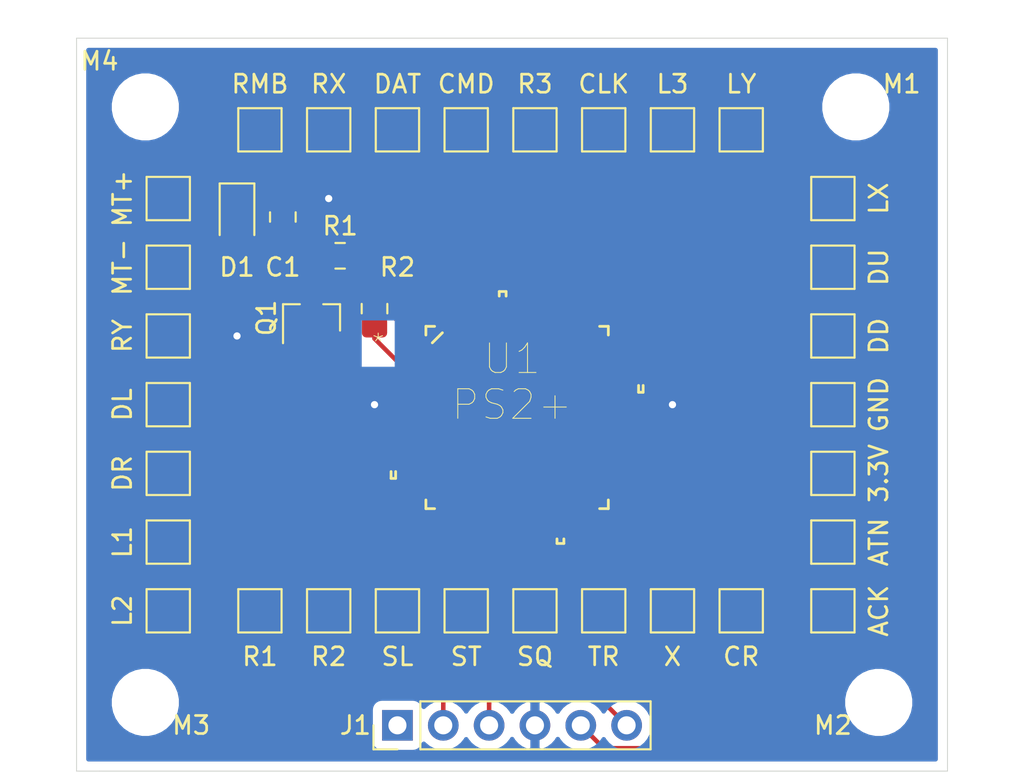
<source format=kicad_pcb>
(kicad_pcb (version 20171130) (host pcbnew "(5.1.2)-2")

  (general
    (thickness 1.6)
    (drawings 5)
    (tracks 175)
    (zones 0)
    (modules 41)
    (nets 47)
  )

  (page A4)
  (layers
    (0 F.Cu signal)
    (31 B.Cu signal hide)
    (32 B.Adhes user)
    (33 F.Adhes user)
    (34 B.Paste user)
    (35 F.Paste user)
    (36 B.SilkS user)
    (37 F.SilkS user)
    (38 B.Mask user)
    (39 F.Mask user)
    (40 Dwgs.User user)
    (41 Cmts.User user)
    (42 Eco1.User user)
    (43 Eco2.User user)
    (44 Edge.Cuts user)
    (45 Margin user)
    (46 B.CrtYd user)
    (47 F.CrtYd user)
    (48 B.Fab user)
    (49 F.Fab user)
  )

  (setup
    (last_trace_width 0.25)
    (trace_clearance 0.2)
    (zone_clearance 0.508)
    (zone_45_only no)
    (trace_min 0.2)
    (via_size 0.8)
    (via_drill 0.4)
    (via_min_size 0.4)
    (via_min_drill 0.3)
    (uvia_size 0.3)
    (uvia_drill 0.1)
    (uvias_allowed no)
    (uvia_min_size 0.2)
    (uvia_min_drill 0.1)
    (edge_width 0.05)
    (segment_width 0.2)
    (pcb_text_width 0.3)
    (pcb_text_size 1.5 1.5)
    (mod_edge_width 0.12)
    (mod_text_size 1 1)
    (mod_text_width 0.15)
    (pad_size 1.15 1.4)
    (pad_drill 0)
    (pad_to_mask_clearance 0.051)
    (solder_mask_min_width 0.25)
    (aux_axis_origin 0 0)
    (visible_elements 7FFFFFFF)
    (pcbplotparams
      (layerselection 0x010f8_ffffffff)
      (usegerberextensions false)
      (usegerberattributes false)
      (usegerberadvancedattributes false)
      (creategerberjobfile false)
      (excludeedgelayer true)
      (linewidth 0.100000)
      (plotframeref false)
      (viasonmask false)
      (mode 1)
      (useauxorigin false)
      (hpglpennumber 1)
      (hpglpenspeed 20)
      (hpglpendiameter 15.000000)
      (psnegative false)
      (psa4output false)
      (plotreference true)
      (plotvalue true)
      (plotinvisibletext false)
      (padsonsilk false)
      (subtractmaskfromsilk false)
      (outputformat 1)
      (mirror false)
      (drillshape 0)
      (scaleselection 1)
      (outputdirectory "./"))
  )

  (net 0 "")
  (net 1 "Net-(C1-Pad2)")
  (net 2 "Net-(C1-Pad1)")
  (net 3 "Net-(J1-Pad6)")
  (net 4 "Net-(J1-Pad3)")
  (net 5 "Net-(J1-Pad2)")
  (net 6 "Net-(J1-Pad1)")
  (net 7 "Net-(Q1-Pad2)")
  (net 8 "Net-(R2-Pad1)")
  (net 9 "Net-(TP15-Pad1)")
  (net 10 "Net-(U1-Pad41)")
  (net 11 "Net-(U1-Pad40)")
  (net 12 "Net-(U1-Pad39)")
  (net 13 "Net-(U1-Pad34)")
  (net 14 "Net-(U1-Pad33)")
  (net 15 "Net-(U1-Pad27)")
  (net 16 "Net-(U1-Pad26)")
  (net 17 "Net-(U1-Pad25)")
  (net 18 "Net-(U1-Pad13)")
  (net 19 "Net-(U1-Pad12)")
  (net 20 "Net-(U1-Pad5)")
  (net 21 "Net-(U1-Pad4)")
  (net 22 "Net-(U1-Pad3)")
  (net 23 Vdd)
  (net 24 GND)
  (net 25 "Net-(CLK1-Pad1)")
  (net 26 "Net-(L1-Pad1)")
  (net 27 "Net-(L2-Pad1)")
  (net 28 "Net-(L3-Pad1)")
  (net 29 "Net-(LX1-Pad1)")
  (net 30 "Net-(LY1-Pad1)")
  (net 31 "Net-(R3-Pad1)")
  (net 32 "Net-(RX1-Pad1)")
  (net 33 "Net-(RY1-Pad1)")
  (net 34 "Net-(CMD1-Pad1)")
  (net 35 "Net-(DAT1-Pad1)")
  (net 36 "Net-(DL1-Pad1)")
  (net 37 "Net-(DR1-Pad1)")
  (net 38 "Net-(DU1-Pad1)")
  (net 39 "Net-(TP4-Pad1)")
  (net 40 "Net-(TP5-Pad1)")
  (net 41 "Net-(TP8-Pad1)")
  (net 42 "Net-(TP9-Pad1)")
  (net 43 "Net-(TP10-Pad1)")
  (net 44 "Net-(TP11-Pad1)")
  (net 45 "Net-(TP12-Pad1)")
  (net 46 "Net-(TP16-Pad1)")

  (net_class Default "This is the default net class."
    (clearance 0.2)
    (trace_width 0.25)
    (via_dia 0.8)
    (via_drill 0.4)
    (uvia_dia 0.3)
    (uvia_drill 0.1)
    (add_net GND)
    (add_net "Net-(C1-Pad1)")
    (add_net "Net-(C1-Pad2)")
    (add_net "Net-(CLK1-Pad1)")
    (add_net "Net-(CMD1-Pad1)")
    (add_net "Net-(DAT1-Pad1)")
    (add_net "Net-(DL1-Pad1)")
    (add_net "Net-(DR1-Pad1)")
    (add_net "Net-(DU1-Pad1)")
    (add_net "Net-(J1-Pad1)")
    (add_net "Net-(J1-Pad2)")
    (add_net "Net-(J1-Pad3)")
    (add_net "Net-(J1-Pad6)")
    (add_net "Net-(L1-Pad1)")
    (add_net "Net-(L2-Pad1)")
    (add_net "Net-(L3-Pad1)")
    (add_net "Net-(LX1-Pad1)")
    (add_net "Net-(LY1-Pad1)")
    (add_net "Net-(Q1-Pad2)")
    (add_net "Net-(R2-Pad1)")
    (add_net "Net-(R3-Pad1)")
    (add_net "Net-(RX1-Pad1)")
    (add_net "Net-(RY1-Pad1)")
    (add_net "Net-(TP10-Pad1)")
    (add_net "Net-(TP11-Pad1)")
    (add_net "Net-(TP12-Pad1)")
    (add_net "Net-(TP15-Pad1)")
    (add_net "Net-(TP16-Pad1)")
    (add_net "Net-(TP4-Pad1)")
    (add_net "Net-(TP5-Pad1)")
    (add_net "Net-(TP8-Pad1)")
    (add_net "Net-(TP9-Pad1)")
    (add_net "Net-(U1-Pad12)")
    (add_net "Net-(U1-Pad13)")
    (add_net "Net-(U1-Pad25)")
    (add_net "Net-(U1-Pad26)")
    (add_net "Net-(U1-Pad27)")
    (add_net "Net-(U1-Pad3)")
    (add_net "Net-(U1-Pad33)")
    (add_net "Net-(U1-Pad34)")
    (add_net "Net-(U1-Pad39)")
    (add_net "Net-(U1-Pad4)")
    (add_net "Net-(U1-Pad40)")
    (add_net "Net-(U1-Pad41)")
    (add_net "Net-(U1-Pad5)")
    (add_net Vdd)
  )

  (module MountingHole:MountingHole_2.7mm (layer F.Cu) (tedit 56D1B4CB) (tstamp 5D5670FF)
    (at 161.29 87.63)
    (descr "Mounting Hole 2.7mm, no annular")
    (tags "mounting hole 2.7mm no annular")
    (attr virtual)
    (fp_text reference M2 (at -2.54 1.27) (layer F.SilkS)
      (effects (font (size 1 1) (thickness 0.15)))
    )
    (fp_text value MountingHole_2.7mm (at 0 3.7) (layer F.Fab)
      (effects (font (size 1 1) (thickness 0.15)))
    )
    (fp_circle (center 0 0) (end 2.95 0) (layer F.CrtYd) (width 0.05))
    (fp_circle (center 0 0) (end 2.7 0) (layer Cmts.User) (width 0.15))
    (fp_text user %R (at 0.3 0) (layer F.Fab)
      (effects (font (size 1 1) (thickness 0.15)))
    )
    (pad 1 np_thru_hole circle (at 0 0) (size 2.7 2.7) (drill 2.7) (layers *.Cu *.Mask))
  )

  (module MountingHole:MountingHole_2.7mm (layer F.Cu) (tedit 56D1B4CB) (tstamp 5D5670E2)
    (at 120.65 87.63)
    (descr "Mounting Hole 2.7mm, no annular")
    (tags "mounting hole 2.7mm no annular")
    (attr virtual)
    (fp_text reference M3 (at 2.54 1.27) (layer F.SilkS)
      (effects (font (size 1 1) (thickness 0.15)))
    )
    (fp_text value MountingHole_2.7mm (at 0 3.7) (layer F.Fab)
      (effects (font (size 1 1) (thickness 0.15)))
    )
    (fp_circle (center 0 0) (end 2.95 0) (layer F.CrtYd) (width 0.05))
    (fp_circle (center 0 0) (end 2.7 0) (layer Cmts.User) (width 0.15))
    (fp_text user %R (at 0.3 0) (layer F.Fab)
      (effects (font (size 1 1) (thickness 0.15)))
    )
    (pad 1 np_thru_hole circle (at 0 0) (size 2.7 2.7) (drill 2.7) (layers *.Cu *.Mask))
  )

  (module MountingHole:MountingHole_2.7mm (layer F.Cu) (tedit 56D1B4CB) (tstamp 5D5670C5)
    (at 120.65 54.61)
    (descr "Mounting Hole 2.7mm, no annular")
    (tags "mounting hole 2.7mm no annular")
    (attr virtual)
    (fp_text reference M4 (at -2.54 -2.54) (layer F.SilkS)
      (effects (font (size 1 1) (thickness 0.15)))
    )
    (fp_text value MountingHole_2.7mm (at 0 3.7) (layer F.Fab)
      (effects (font (size 1 1) (thickness 0.15)))
    )
    (fp_circle (center 0 0) (end 2.95 0) (layer F.CrtYd) (width 0.05))
    (fp_circle (center 0 0) (end 2.7 0) (layer Cmts.User) (width 0.15))
    (fp_text user %R (at -2.54 -2.54) (layer F.Fab)
      (effects (font (size 1 1) (thickness 0.15)))
    )
    (pad 1 np_thru_hole circle (at 0 0) (size 2.7 2.7) (drill 2.7) (layers *.Cu *.Mask))
  )

  (module MountingHole:MountingHole_2.7mm (layer F.Cu) (tedit 56D1B4CB) (tstamp 5D5670A8)
    (at 160.02 54.61)
    (descr "Mounting Hole 2.7mm, no annular")
    (tags "mounting hole 2.7mm no annular")
    (attr virtual)
    (fp_text reference M1 (at 2.54 -1.27) (layer F.SilkS)
      (effects (font (size 1 1) (thickness 0.15)))
    )
    (fp_text value MountingHole_2.7mm (at 1.27 -5.08 180) (layer F.Fab)
      (effects (font (size 1 1) (thickness 0.15)))
    )
    (fp_circle (center 0 0) (end 2.95 0) (layer F.CrtYd) (width 0.05))
    (fp_circle (center 0 0) (end 2.7 0) (layer Cmts.User) (width 0.15))
    (pad 1 np_thru_hole circle (at 0 0) (size 2.7 2.7) (drill 2.7) (layers *.Cu *.Mask))
  )

  (module TestPoint:TestPoint_Pad_2.0x2.0mm (layer F.Cu) (tedit 5A0F774F) (tstamp 5D562185)
    (at 158.75 74.93 270)
    (descr "SMD rectangular pad as test Point, square 2.0mm side length")
    (tags "test point SMD pad rectangle square")
    (path /5D46EC3A)
    (attr virtual)
    (fp_text reference 3.3V (at 0 -2.54 90) (layer F.SilkS)
      (effects (font (size 1 1) (thickness 0.15)))
    )
    (fp_text value 3.3V (at 0 2.05 90) (layer F.Fab)
      (effects (font (size 1 1) (thickness 0.15)))
    )
    (fp_line (start 1.5 1.5) (end -1.5 1.5) (layer F.CrtYd) (width 0.05))
    (fp_line (start 1.5 1.5) (end 1.5 -1.5) (layer F.CrtYd) (width 0.05))
    (fp_line (start -1.5 -1.5) (end -1.5 1.5) (layer F.CrtYd) (width 0.05))
    (fp_line (start -1.5 -1.5) (end 1.5 -1.5) (layer F.CrtYd) (width 0.05))
    (fp_line (start -1.2 1.2) (end -1.2 -1.2) (layer F.SilkS) (width 0.12))
    (fp_line (start 1.2 1.2) (end -1.2 1.2) (layer F.SilkS) (width 0.12))
    (fp_line (start 1.2 -1.2) (end 1.2 1.2) (layer F.SilkS) (width 0.12))
    (fp_line (start -1.2 -1.2) (end 1.2 -1.2) (layer F.SilkS) (width 0.12))
    (fp_text user %R (at 0 -2.54 90) (layer F.Fab)
      (effects (font (size 1 1) (thickness 0.15)))
    )
    (pad 1 smd rect (at 0 0 270) (size 2 2) (layers F.Cu F.Mask)
      (net 23 Vdd))
  )

  (module TestPoint:TestPoint_Pad_2.0x2.0mm (layer F.Cu) (tedit 5A0F774F) (tstamp 5D562177)
    (at 158.75 71.12 270)
    (descr "SMD rectangular pad as test Point, square 2.0mm side length")
    (tags "test point SMD pad rectangle square")
    (path /5D46E9F4)
    (attr virtual)
    (fp_text reference GND (at 0 -2.54 90) (layer F.SilkS)
      (effects (font (size 1 1) (thickness 0.15)))
    )
    (fp_text value GND (at 0 2.05 90) (layer F.Fab)
      (effects (font (size 1 1) (thickness 0.15)))
    )
    (fp_text user %R (at 0 -2.54 90) (layer F.Fab)
      (effects (font (size 1 1) (thickness 0.15)))
    )
    (fp_line (start -1.2 -1.2) (end 1.2 -1.2) (layer F.SilkS) (width 0.12))
    (fp_line (start 1.2 -1.2) (end 1.2 1.2) (layer F.SilkS) (width 0.12))
    (fp_line (start 1.2 1.2) (end -1.2 1.2) (layer F.SilkS) (width 0.12))
    (fp_line (start -1.2 1.2) (end -1.2 -1.2) (layer F.SilkS) (width 0.12))
    (fp_line (start -1.5 -1.5) (end 1.5 -1.5) (layer F.CrtYd) (width 0.05))
    (fp_line (start -1.5 -1.5) (end -1.5 1.5) (layer F.CrtYd) (width 0.05))
    (fp_line (start 1.5 1.5) (end 1.5 -1.5) (layer F.CrtYd) (width 0.05))
    (fp_line (start 1.5 1.5) (end -1.5 1.5) (layer F.CrtYd) (width 0.05))
    (pad 1 smd rect (at 0 0 270) (size 2 2) (layers F.Cu F.Mask)
      (net 24 GND))
  )

  (module Capacitor_SMD:C_0805_2012Metric_Pad1.15x1.40mm_HandSolder (layer F.Cu) (tedit 5B36C52B) (tstamp 5D565312)
    (at 128.27 60.715 90)
    (descr "Capacitor SMD 0805 (2012 Metric), square (rectangular) end terminal, IPC_7351 nominal with elongated pad for handsoldering. (Body size source: https://docs.google.com/spreadsheets/d/1BsfQQcO9C6DZCsRaXUlFlo91Tg2WpOkGARC1WS5S8t0/edit?usp=sharing), generated with kicad-footprint-generator")
    (tags "capacitor handsolder")
    (path /5D4A6E48)
    (attr smd)
    (fp_text reference C1 (at -2.785 0 180) (layer F.SilkS)
      (effects (font (size 1 1) (thickness 0.15)))
    )
    (fp_text value 10uF (at 0 1.65 90) (layer F.Fab)
      (effects (font (size 1 1) (thickness 0.15)))
    )
    (fp_line (start -1 0.6) (end -1 -0.6) (layer F.Fab) (width 0.1))
    (fp_line (start -1 -0.6) (end 1 -0.6) (layer F.Fab) (width 0.1))
    (fp_line (start 1 -0.6) (end 1 0.6) (layer F.Fab) (width 0.1))
    (fp_line (start 1 0.6) (end -1 0.6) (layer F.Fab) (width 0.1))
    (fp_line (start -0.261252 -0.71) (end 0.261252 -0.71) (layer F.SilkS) (width 0.12))
    (fp_line (start -0.261252 0.71) (end 0.261252 0.71) (layer F.SilkS) (width 0.12))
    (fp_line (start -1.85 0.95) (end -1.85 -0.95) (layer F.CrtYd) (width 0.05))
    (fp_line (start -1.85 -0.95) (end 1.85 -0.95) (layer F.CrtYd) (width 0.05))
    (fp_line (start 1.85 -0.95) (end 1.85 0.95) (layer F.CrtYd) (width 0.05))
    (fp_line (start 1.85 0.95) (end -1.85 0.95) (layer F.CrtYd) (width 0.05))
    (fp_text user %R (at 0 0 90) (layer F.Fab)
      (effects (font (size 0.5 0.5) (thickness 0.08)))
    )
    (pad 1 smd roundrect (at -1.025 0 90) (size 1.15 1.4) (layers F.Cu F.Paste F.Mask) (roundrect_rratio 0.217391)
      (net 2 "Net-(C1-Pad1)"))
    (pad 2 smd roundrect (at 1.025 0 90) (size 1.15 1.4) (layers F.Cu F.Paste F.Mask) (roundrect_rratio 0.217391)
      (net 1 "Net-(C1-Pad2)"))
    (model ${KISYS3DMOD}/Capacitor_SMD.3dshapes/C_0805_2012Metric.wrl
      (at (xyz 0 0 0))
      (scale (xyz 1 1 1))
      (rotate (xyz 0 0 0))
    )
  )

  (module TestPoint:TestPoint_Pad_2.0x2.0mm (layer F.Cu) (tedit 5A0F774F) (tstamp 5D561F99)
    (at 146.05 55.88)
    (descr "SMD rectangular pad as test Point, square 2.0mm side length")
    (tags "test point SMD pad rectangle square")
    (path /5D46F8B7)
    (attr virtual)
    (fp_text reference CLK (at 0 -2.54) (layer F.SilkS)
      (effects (font (size 1 1) (thickness 0.15)))
    )
    (fp_text value TP19 (at 0 2.05) (layer F.Fab)
      (effects (font (size 1 1) (thickness 0.15)))
    )
    (fp_text user %R (at 0 -2.54) (layer F.Fab)
      (effects (font (size 1 1) (thickness 0.15)))
    )
    (fp_line (start -1.2 -1.2) (end 1.2 -1.2) (layer F.SilkS) (width 0.12))
    (fp_line (start 1.2 -1.2) (end 1.2 1.2) (layer F.SilkS) (width 0.12))
    (fp_line (start 1.2 1.2) (end -1.2 1.2) (layer F.SilkS) (width 0.12))
    (fp_line (start -1.2 1.2) (end -1.2 -1.2) (layer F.SilkS) (width 0.12))
    (fp_line (start -1.5 -1.5) (end 1.5 -1.5) (layer F.CrtYd) (width 0.05))
    (fp_line (start -1.5 -1.5) (end -1.5 1.5) (layer F.CrtYd) (width 0.05))
    (fp_line (start 1.5 1.5) (end 1.5 -1.5) (layer F.CrtYd) (width 0.05))
    (fp_line (start 1.5 1.5) (end -1.5 1.5) (layer F.CrtYd) (width 0.05))
    (pad 1 smd rect (at 0 0) (size 2 2) (layers F.Cu F.Mask)
      (net 25 "Net-(CLK1-Pad1)"))
  )

  (module TestPoint:TestPoint_Pad_2.0x2.0mm (layer F.Cu) (tedit 5A0F774F) (tstamp 5D561FA7)
    (at 138.43 55.88)
    (descr "SMD rectangular pad as test Point, square 2.0mm side length")
    (tags "test point SMD pad rectangle square")
    (path /5D470360)
    (attr virtual)
    (fp_text reference CMD (at 0 -2.54) (layer F.SilkS)
      (effects (font (size 1 1) (thickness 0.15)))
    )
    (fp_text value TP13 (at 0 2.05) (layer F.Fab)
      (effects (font (size 1 1) (thickness 0.15)))
    )
    (fp_text user %R (at 0 -2.54) (layer F.Fab)
      (effects (font (size 1 1) (thickness 0.15)))
    )
    (fp_line (start -1.2 -1.2) (end 1.2 -1.2) (layer F.SilkS) (width 0.12))
    (fp_line (start 1.2 -1.2) (end 1.2 1.2) (layer F.SilkS) (width 0.12))
    (fp_line (start 1.2 1.2) (end -1.2 1.2) (layer F.SilkS) (width 0.12))
    (fp_line (start -1.2 1.2) (end -1.2 -1.2) (layer F.SilkS) (width 0.12))
    (fp_line (start -1.5 -1.5) (end 1.5 -1.5) (layer F.CrtYd) (width 0.05))
    (fp_line (start -1.5 -1.5) (end -1.5 1.5) (layer F.CrtYd) (width 0.05))
    (fp_line (start 1.5 1.5) (end 1.5 -1.5) (layer F.CrtYd) (width 0.05))
    (fp_line (start 1.5 1.5) (end -1.5 1.5) (layer F.CrtYd) (width 0.05))
    (pad 1 smd rect (at 0 0) (size 2 2) (layers F.Cu F.Mask)
      (net 34 "Net-(CMD1-Pad1)"))
  )

  (module Diode_SMD:D_0805_2012Metric_Pad1.15x1.40mm_HandSolder (layer F.Cu) (tedit 5B4B45C8) (tstamp 5D561FBA)
    (at 125.73 60.715 270)
    (descr "Diode SMD 0805 (2012 Metric), square (rectangular) end terminal, IPC_7351 nominal, (Body size source: https://docs.google.com/spreadsheets/d/1BsfQQcO9C6DZCsRaXUlFlo91Tg2WpOkGARC1WS5S8t0/edit?usp=sharing), generated with kicad-footprint-generator")
    (tags "diode handsolder")
    (path /5D4A9568)
    (attr smd)
    (fp_text reference D1 (at 2.785 0 180) (layer F.SilkS)
      (effects (font (size 1 1) (thickness 0.15)))
    )
    (fp_text value 1N58XX (at 0.245 0 90) (layer F.Fab)
      (effects (font (size 1 1) (thickness 0.15)))
    )
    (fp_line (start 1 -0.6) (end -0.7 -0.6) (layer F.Fab) (width 0.1))
    (fp_line (start -0.7 -0.6) (end -1 -0.3) (layer F.Fab) (width 0.1))
    (fp_line (start -1 -0.3) (end -1 0.6) (layer F.Fab) (width 0.1))
    (fp_line (start -1 0.6) (end 1 0.6) (layer F.Fab) (width 0.1))
    (fp_line (start 1 0.6) (end 1 -0.6) (layer F.Fab) (width 0.1))
    (fp_line (start 1 -0.96) (end -1.86 -0.96) (layer F.SilkS) (width 0.12))
    (fp_line (start -1.86 -0.96) (end -1.86 0.96) (layer F.SilkS) (width 0.12))
    (fp_line (start -1.86 0.96) (end 1 0.96) (layer F.SilkS) (width 0.12))
    (fp_line (start -1.85 0.95) (end -1.85 -0.95) (layer F.CrtYd) (width 0.05))
    (fp_line (start -1.85 -0.95) (end 1.85 -0.95) (layer F.CrtYd) (width 0.05))
    (fp_line (start 1.85 -0.95) (end 1.85 0.95) (layer F.CrtYd) (width 0.05))
    (fp_line (start 1.85 0.95) (end -1.85 0.95) (layer F.CrtYd) (width 0.05))
    (fp_text user %R (at 0 0 90) (layer F.Fab)
      (effects (font (size 0.5 0.5) (thickness 0.08)))
    )
    (pad 1 smd roundrect (at -1.025 0 270) (size 1.15 1.4) (layers F.Cu F.Paste F.Mask) (roundrect_rratio 0.217391)
      (net 1 "Net-(C1-Pad2)"))
    (pad 2 smd roundrect (at 1.025 0 270) (size 1.15 1.4) (layers F.Cu F.Paste F.Mask) (roundrect_rratio 0.217391)
      (net 2 "Net-(C1-Pad1)"))
    (model ${KISYS3DMOD}/Diode_SMD.3dshapes/D_0805_2012Metric.wrl
      (at (xyz 0 0 0))
      (scale (xyz 1 1 1))
      (rotate (xyz 0 0 0))
    )
  )

  (module TestPoint:TestPoint_Pad_2.0x2.0mm (layer F.Cu) (tedit 5A0F774F) (tstamp 5D561FC8)
    (at 134.62 55.88)
    (descr "SMD rectangular pad as test Point, square 2.0mm side length")
    (tags "test point SMD pad rectangle square")
    (path /5D4704A8)
    (attr virtual)
    (fp_text reference DAT (at 0 -2.54) (layer F.SilkS)
      (effects (font (size 1 1) (thickness 0.15)))
    )
    (fp_text value TP12 (at 0 2.05) (layer F.Fab)
      (effects (font (size 1 1) (thickness 0.15)))
    )
    (fp_line (start 1.5 1.5) (end -1.5 1.5) (layer F.CrtYd) (width 0.05))
    (fp_line (start 1.5 1.5) (end 1.5 -1.5) (layer F.CrtYd) (width 0.05))
    (fp_line (start -1.5 -1.5) (end -1.5 1.5) (layer F.CrtYd) (width 0.05))
    (fp_line (start -1.5 -1.5) (end 1.5 -1.5) (layer F.CrtYd) (width 0.05))
    (fp_line (start -1.2 1.2) (end -1.2 -1.2) (layer F.SilkS) (width 0.12))
    (fp_line (start 1.2 1.2) (end -1.2 1.2) (layer F.SilkS) (width 0.12))
    (fp_line (start 1.2 -1.2) (end 1.2 1.2) (layer F.SilkS) (width 0.12))
    (fp_line (start -1.2 -1.2) (end 1.2 -1.2) (layer F.SilkS) (width 0.12))
    (fp_text user %R (at 0 -2.54) (layer F.Fab)
      (effects (font (size 1 1) (thickness 0.15)))
    )
    (pad 1 smd rect (at 0 0) (size 2 2) (layers F.Cu F.Mask)
      (net 35 "Net-(DAT1-Pad1)"))
  )

  (module TestPoint:TestPoint_Pad_2.0x2.0mm (layer F.Cu) (tedit 5A0F774F) (tstamp 5D561FD6)
    (at 121.92 71.12 90)
    (descr "SMD rectangular pad as test Point, square 2.0mm side length")
    (tags "test point SMD pad rectangle square")
    (path /5D47166F)
    (attr virtual)
    (fp_text reference DL (at 0 -2.54 90) (layer F.SilkS)
      (effects (font (size 1 1) (thickness 0.15)))
    )
    (fp_text value TP7 (at 0 2.05 90) (layer F.Fab)
      (effects (font (size 1 1) (thickness 0.15)))
    )
    (fp_text user %R (at 0 -2.54 90) (layer F.Fab)
      (effects (font (size 1 1) (thickness 0.15)))
    )
    (fp_line (start -1.2 -1.2) (end 1.2 -1.2) (layer F.SilkS) (width 0.12))
    (fp_line (start 1.2 -1.2) (end 1.2 1.2) (layer F.SilkS) (width 0.12))
    (fp_line (start 1.2 1.2) (end -1.2 1.2) (layer F.SilkS) (width 0.12))
    (fp_line (start -1.2 1.2) (end -1.2 -1.2) (layer F.SilkS) (width 0.12))
    (fp_line (start -1.5 -1.5) (end 1.5 -1.5) (layer F.CrtYd) (width 0.05))
    (fp_line (start -1.5 -1.5) (end -1.5 1.5) (layer F.CrtYd) (width 0.05))
    (fp_line (start 1.5 1.5) (end 1.5 -1.5) (layer F.CrtYd) (width 0.05))
    (fp_line (start 1.5 1.5) (end -1.5 1.5) (layer F.CrtYd) (width 0.05))
    (pad 1 smd rect (at 0 0 90) (size 2 2) (layers F.Cu F.Mask)
      (net 36 "Net-(DL1-Pad1)"))
  )

  (module TestPoint:TestPoint_Pad_2.0x2.0mm (layer F.Cu) (tedit 5A0F774F) (tstamp 5D561FE4)
    (at 121.92 74.93 90)
    (descr "SMD rectangular pad as test Point, square 2.0mm side length")
    (tags "test point SMD pad rectangle square")
    (path /5D471797)
    (attr virtual)
    (fp_text reference DR (at 0 -2.54 90) (layer F.SilkS)
      (effects (font (size 1 1) (thickness 0.15)))
    )
    (fp_text value TP8 (at 0 2.05 90) (layer F.Fab)
      (effects (font (size 1 1) (thickness 0.15)))
    )
    (fp_line (start 1.5 1.5) (end -1.5 1.5) (layer F.CrtYd) (width 0.05))
    (fp_line (start 1.5 1.5) (end 1.5 -1.5) (layer F.CrtYd) (width 0.05))
    (fp_line (start -1.5 -1.5) (end -1.5 1.5) (layer F.CrtYd) (width 0.05))
    (fp_line (start -1.5 -1.5) (end 1.5 -1.5) (layer F.CrtYd) (width 0.05))
    (fp_line (start -1.2 1.2) (end -1.2 -1.2) (layer F.SilkS) (width 0.12))
    (fp_line (start 1.2 1.2) (end -1.2 1.2) (layer F.SilkS) (width 0.12))
    (fp_line (start 1.2 -1.2) (end 1.2 1.2) (layer F.SilkS) (width 0.12))
    (fp_line (start -1.2 -1.2) (end 1.2 -1.2) (layer F.SilkS) (width 0.12))
    (fp_text user %R (at 0 -2.54 90) (layer F.Fab)
      (effects (font (size 1 1) (thickness 0.15)))
    )
    (pad 1 smd rect (at 0 0 90) (size 2 2) (layers F.Cu F.Mask)
      (net 37 "Net-(DR1-Pad1)"))
  )

  (module TestPoint:TestPoint_Pad_2.0x2.0mm (layer F.Cu) (tedit 5A0F774F) (tstamp 5D561FF2)
    (at 158.75 63.5 270)
    (descr "SMD rectangular pad as test Point, square 2.0mm side length")
    (tags "test point SMD pad rectangle square")
    (path /5D46E7EF)
    (attr virtual)
    (fp_text reference DU (at 0 -2.54 90) (layer F.SilkS)
      (effects (font (size 1 1) (thickness 0.15)))
    )
    (fp_text value TP27 (at 0 2.05 90) (layer F.Fab)
      (effects (font (size 1 1) (thickness 0.15)))
    )
    (fp_text user %R (at 0 -2.54 90) (layer F.Fab)
      (effects (font (size 1 1) (thickness 0.15)))
    )
    (fp_line (start -1.2 -1.2) (end 1.2 -1.2) (layer F.SilkS) (width 0.12))
    (fp_line (start 1.2 -1.2) (end 1.2 1.2) (layer F.SilkS) (width 0.12))
    (fp_line (start 1.2 1.2) (end -1.2 1.2) (layer F.SilkS) (width 0.12))
    (fp_line (start -1.2 1.2) (end -1.2 -1.2) (layer F.SilkS) (width 0.12))
    (fp_line (start -1.5 -1.5) (end 1.5 -1.5) (layer F.CrtYd) (width 0.05))
    (fp_line (start -1.5 -1.5) (end -1.5 1.5) (layer F.CrtYd) (width 0.05))
    (fp_line (start 1.5 1.5) (end 1.5 -1.5) (layer F.CrtYd) (width 0.05))
    (fp_line (start 1.5 1.5) (end -1.5 1.5) (layer F.CrtYd) (width 0.05))
    (pad 1 smd rect (at 0 0 270) (size 2 2) (layers F.Cu F.Mask)
      (net 38 "Net-(DU1-Pad1)"))
  )

  (module Connector_PinHeader_2.54mm:PinHeader_1x06_P2.54mm_Vertical (layer F.Cu) (tedit 59FED5CC) (tstamp 5D56201A)
    (at 134.62 88.9 90)
    (descr "Through hole straight pin header, 1x06, 2.54mm pitch, single row")
    (tags "Through hole pin header THT 1x06 2.54mm single row")
    (path /5D4C77D6)
    (fp_text reference J1 (at 0 -2.33 180) (layer F.SilkS)
      (effects (font (size 1 1) (thickness 0.15)))
    )
    (fp_text value Conn_01x06_Female (at 2.54 6.35 180) (layer F.Fab)
      (effects (font (size 1 1) (thickness 0.15)))
    )
    (fp_line (start -0.635 -1.27) (end 1.27 -1.27) (layer F.Fab) (width 0.1))
    (fp_line (start 1.27 -1.27) (end 1.27 13.97) (layer F.Fab) (width 0.1))
    (fp_line (start 1.27 13.97) (end -1.27 13.97) (layer F.Fab) (width 0.1))
    (fp_line (start -1.27 13.97) (end -1.27 -0.635) (layer F.Fab) (width 0.1))
    (fp_line (start -1.27 -0.635) (end -0.635 -1.27) (layer F.Fab) (width 0.1))
    (fp_line (start -1.33 14.03) (end 1.33 14.03) (layer F.SilkS) (width 0.12))
    (fp_line (start -1.33 1.27) (end -1.33 14.03) (layer F.SilkS) (width 0.12))
    (fp_line (start 1.33 1.27) (end 1.33 14.03) (layer F.SilkS) (width 0.12))
    (fp_line (start -1.33 1.27) (end 1.33 1.27) (layer F.SilkS) (width 0.12))
    (fp_line (start -1.33 0) (end -1.33 -1.33) (layer F.SilkS) (width 0.12))
    (fp_line (start -1.33 -1.33) (end 0 -1.33) (layer F.SilkS) (width 0.12))
    (fp_line (start -1.8 -1.8) (end -1.8 14.5) (layer F.CrtYd) (width 0.05))
    (fp_line (start -1.8 14.5) (end 1.8 14.5) (layer F.CrtYd) (width 0.05))
    (fp_line (start 1.8 14.5) (end 1.8 -1.8) (layer F.CrtYd) (width 0.05))
    (fp_line (start 1.8 -1.8) (end -1.8 -1.8) (layer F.CrtYd) (width 0.05))
    (fp_text user %R (at 0 6.35) (layer F.Fab)
      (effects (font (size 1 1) (thickness 0.15)))
    )
    (pad 1 thru_hole rect (at 0 0 90) (size 1.7 1.7) (drill 1) (layers *.Cu *.Mask)
      (net 6 "Net-(J1-Pad1)"))
    (pad 2 thru_hole oval (at 0 2.54 90) (size 1.7 1.7) (drill 1) (layers *.Cu *.Mask)
      (net 5 "Net-(J1-Pad2)"))
    (pad 3 thru_hole oval (at 0 5.08 90) (size 1.7 1.7) (drill 1) (layers *.Cu *.Mask)
      (net 4 "Net-(J1-Pad3)"))
    (pad 4 thru_hole oval (at 0 7.62 90) (size 1.7 1.7) (drill 1) (layers *.Cu *.Mask)
      (net 24 GND))
    (pad 5 thru_hole oval (at 0 10.16 90) (size 1.7 1.7) (drill 1) (layers *.Cu *.Mask)
      (net 23 Vdd))
    (pad 6 thru_hole oval (at 0 12.7 90) (size 1.7 1.7) (drill 1) (layers *.Cu *.Mask)
      (net 3 "Net-(J1-Pad6)"))
    (model ${KISYS3DMOD}/Connector_PinHeader_2.54mm.3dshapes/PinHeader_1x06_P2.54mm_Vertical.wrl
      (at (xyz 0 0 0))
      (scale (xyz 1 1 1))
      (rotate (xyz 0 0 0))
    )
  )

  (module TestPoint:TestPoint_Pad_2.0x2.0mm (layer F.Cu) (tedit 5A0F774F) (tstamp 5D562028)
    (at 121.92 78.74 90)
    (descr "SMD rectangular pad as test Point, square 2.0mm side length")
    (tags "test point SMD pad rectangle square")
    (path /5D4718BD)
    (attr virtual)
    (fp_text reference L1 (at 0 -2.54 90) (layer F.SilkS)
      (effects (font (size 1 1) (thickness 0.15)))
    )
    (fp_text value TP9 (at 0 2.05 90) (layer F.Fab)
      (effects (font (size 1 1) (thickness 0.15)))
    )
    (fp_line (start 1.5 1.5) (end -1.5 1.5) (layer F.CrtYd) (width 0.05))
    (fp_line (start 1.5 1.5) (end 1.5 -1.5) (layer F.CrtYd) (width 0.05))
    (fp_line (start -1.5 -1.5) (end -1.5 1.5) (layer F.CrtYd) (width 0.05))
    (fp_line (start -1.5 -1.5) (end 1.5 -1.5) (layer F.CrtYd) (width 0.05))
    (fp_line (start -1.2 1.2) (end -1.2 -1.2) (layer F.SilkS) (width 0.12))
    (fp_line (start 1.2 1.2) (end -1.2 1.2) (layer F.SilkS) (width 0.12))
    (fp_line (start 1.2 -1.2) (end 1.2 1.2) (layer F.SilkS) (width 0.12))
    (fp_line (start -1.2 -1.2) (end 1.2 -1.2) (layer F.SilkS) (width 0.12))
    (fp_text user %R (at 0 -2.54 90) (layer F.Fab)
      (effects (font (size 1 1) (thickness 0.15)))
    )
    (pad 1 smd rect (at 0 0 90) (size 2 2) (layers F.Cu F.Mask)
      (net 26 "Net-(L1-Pad1)"))
  )

  (module TestPoint:TestPoint_Pad_2.0x2.0mm (layer F.Cu) (tedit 5A0F774F) (tstamp 5D562036)
    (at 121.92 82.55 90)
    (descr "SMD rectangular pad as test Point, square 2.0mm side length")
    (tags "test point SMD pad rectangle square")
    (path /5D471A04)
    (attr virtual)
    (fp_text reference L2 (at 0 -2.54 270) (layer F.SilkS)
      (effects (font (size 1 1) (thickness 0.15)))
    )
    (fp_text value TP10 (at 0 2.05 90) (layer F.Fab)
      (effects (font (size 1 1) (thickness 0.15)))
    )
    (fp_text user %R (at 0 -2.54 270) (layer F.Fab)
      (effects (font (size 1 1) (thickness 0.15)))
    )
    (fp_line (start -1.2 -1.2) (end 1.2 -1.2) (layer F.SilkS) (width 0.12))
    (fp_line (start 1.2 -1.2) (end 1.2 1.2) (layer F.SilkS) (width 0.12))
    (fp_line (start 1.2 1.2) (end -1.2 1.2) (layer F.SilkS) (width 0.12))
    (fp_line (start -1.2 1.2) (end -1.2 -1.2) (layer F.SilkS) (width 0.12))
    (fp_line (start -1.5 -1.5) (end 1.5 -1.5) (layer F.CrtYd) (width 0.05))
    (fp_line (start -1.5 -1.5) (end -1.5 1.5) (layer F.CrtYd) (width 0.05))
    (fp_line (start 1.5 1.5) (end 1.5 -1.5) (layer F.CrtYd) (width 0.05))
    (fp_line (start 1.5 1.5) (end -1.5 1.5) (layer F.CrtYd) (width 0.05))
    (pad 1 smd rect (at 0 0 90) (size 2 2) (layers F.Cu F.Mask)
      (net 27 "Net-(L2-Pad1)"))
  )

  (module TestPoint:TestPoint_Pad_2.0x2.0mm (layer F.Cu) (tedit 5A0F774F) (tstamp 5D562044)
    (at 149.86 55.88)
    (descr "SMD rectangular pad as test Point, square 2.0mm side length")
    (tags "test point SMD pad rectangle square")
    (path /5D46F69F)
    (attr virtual)
    (fp_text reference L3 (at 0 -2.54) (layer F.SilkS)
      (effects (font (size 1 1) (thickness 0.15)))
    )
    (fp_text value TP20 (at 0 2.05) (layer F.Fab)
      (effects (font (size 1 1) (thickness 0.15)))
    )
    (fp_line (start 1.5 1.5) (end -1.5 1.5) (layer F.CrtYd) (width 0.05))
    (fp_line (start 1.5 1.5) (end 1.5 -1.5) (layer F.CrtYd) (width 0.05))
    (fp_line (start -1.5 -1.5) (end -1.5 1.5) (layer F.CrtYd) (width 0.05))
    (fp_line (start -1.5 -1.5) (end 1.5 -1.5) (layer F.CrtYd) (width 0.05))
    (fp_line (start -1.2 1.2) (end -1.2 -1.2) (layer F.SilkS) (width 0.12))
    (fp_line (start 1.2 1.2) (end -1.2 1.2) (layer F.SilkS) (width 0.12))
    (fp_line (start 1.2 -1.2) (end 1.2 1.2) (layer F.SilkS) (width 0.12))
    (fp_line (start -1.2 -1.2) (end 1.2 -1.2) (layer F.SilkS) (width 0.12))
    (fp_text user %R (at 0 -2.54) (layer F.Fab)
      (effects (font (size 1 1) (thickness 0.15)))
    )
    (pad 1 smd rect (at 0 0) (size 2 2) (layers F.Cu F.Mask)
      (net 28 "Net-(L3-Pad1)"))
  )

  (module TestPoint:TestPoint_Pad_2.0x2.0mm (layer F.Cu) (tedit 5A0F774F) (tstamp 5D562052)
    (at 158.75 59.69 270)
    (descr "SMD rectangular pad as test Point, square 2.0mm side length")
    (tags "test point SMD pad rectangle square")
    (path /5D46DA1F)
    (attr virtual)
    (fp_text reference LX (at 0 -2.54 90) (layer F.SilkS)
      (effects (font (size 1 1) (thickness 0.15)))
    )
    (fp_text value TP26 (at 0 2.05 90) (layer F.Fab)
      (effects (font (size 1 1) (thickness 0.15)))
    )
    (fp_line (start 1.5 1.5) (end -1.5 1.5) (layer F.CrtYd) (width 0.05))
    (fp_line (start 1.5 1.5) (end 1.5 -1.5) (layer F.CrtYd) (width 0.05))
    (fp_line (start -1.5 -1.5) (end -1.5 1.5) (layer F.CrtYd) (width 0.05))
    (fp_line (start -1.5 -1.5) (end 1.5 -1.5) (layer F.CrtYd) (width 0.05))
    (fp_line (start -1.2 1.2) (end -1.2 -1.2) (layer F.SilkS) (width 0.12))
    (fp_line (start 1.2 1.2) (end -1.2 1.2) (layer F.SilkS) (width 0.12))
    (fp_line (start 1.2 -1.2) (end 1.2 1.2) (layer F.SilkS) (width 0.12))
    (fp_line (start -1.2 -1.2) (end 1.2 -1.2) (layer F.SilkS) (width 0.12))
    (fp_text user %R (at 0 -2.54 90) (layer F.Fab)
      (effects (font (size 1 1) (thickness 0.15)))
    )
    (pad 1 smd rect (at 0 0 270) (size 2 2) (layers F.Cu F.Mask)
      (net 29 "Net-(LX1-Pad1)"))
  )

  (module TestPoint:TestPoint_Pad_2.0x2.0mm (layer F.Cu) (tedit 5A0F774F) (tstamp 5D562060)
    (at 153.67 55.88)
    (descr "SMD rectangular pad as test Point, square 2.0mm side length")
    (tags "test point SMD pad rectangle square")
    (path /5D46F603)
    (attr virtual)
    (fp_text reference LY (at 0 -2.54) (layer F.SilkS)
      (effects (font (size 1 1) (thickness 0.15)))
    )
    (fp_text value TP23 (at 0 2.05) (layer F.Fab)
      (effects (font (size 1 1) (thickness 0.15)))
    )
    (fp_text user %R (at 0 -2.54) (layer F.Fab)
      (effects (font (size 1 1) (thickness 0.15)))
    )
    (fp_line (start -1.2 -1.2) (end 1.2 -1.2) (layer F.SilkS) (width 0.12))
    (fp_line (start 1.2 -1.2) (end 1.2 1.2) (layer F.SilkS) (width 0.12))
    (fp_line (start 1.2 1.2) (end -1.2 1.2) (layer F.SilkS) (width 0.12))
    (fp_line (start -1.2 1.2) (end -1.2 -1.2) (layer F.SilkS) (width 0.12))
    (fp_line (start -1.5 -1.5) (end 1.5 -1.5) (layer F.CrtYd) (width 0.05))
    (fp_line (start -1.5 -1.5) (end -1.5 1.5) (layer F.CrtYd) (width 0.05))
    (fp_line (start 1.5 1.5) (end 1.5 -1.5) (layer F.CrtYd) (width 0.05))
    (fp_line (start 1.5 1.5) (end -1.5 1.5) (layer F.CrtYd) (width 0.05))
    (pad 1 smd rect (at 0 0) (size 2 2) (layers F.Cu F.Mask)
      (net 30 "Net-(LY1-Pad1)"))
  )

  (module Package_TO_SOT_SMD:SOT-23 (layer F.Cu) (tedit 5A02FF57) (tstamp 5D564169)
    (at 129.86 66.31 90)
    (descr "SOT-23, Standard")
    (tags SOT-23)
    (path /5D4A4A35)
    (attr smd)
    (fp_text reference Q1 (at 0 -2.5 90) (layer F.SilkS)
      (effects (font (size 1 1) (thickness 0.15)))
    )
    (fp_text value 2N7000 (at -3.54 -0.32 180) (layer F.Fab)
      (effects (font (size 1 1) (thickness 0.15)))
    )
    (fp_text user %R (at 0 0) (layer F.Fab)
      (effects (font (size 0.5 0.5) (thickness 0.075)))
    )
    (fp_line (start -0.7 -0.95) (end -0.7 1.5) (layer F.Fab) (width 0.1))
    (fp_line (start -0.15 -1.52) (end 0.7 -1.52) (layer F.Fab) (width 0.1))
    (fp_line (start -0.7 -0.95) (end -0.15 -1.52) (layer F.Fab) (width 0.1))
    (fp_line (start 0.7 -1.52) (end 0.7 1.52) (layer F.Fab) (width 0.1))
    (fp_line (start -0.7 1.52) (end 0.7 1.52) (layer F.Fab) (width 0.1))
    (fp_line (start 0.76 1.58) (end 0.76 0.65) (layer F.SilkS) (width 0.12))
    (fp_line (start 0.76 -1.58) (end 0.76 -0.65) (layer F.SilkS) (width 0.12))
    (fp_line (start -1.7 -1.75) (end 1.7 -1.75) (layer F.CrtYd) (width 0.05))
    (fp_line (start 1.7 -1.75) (end 1.7 1.75) (layer F.CrtYd) (width 0.05))
    (fp_line (start 1.7 1.75) (end -1.7 1.75) (layer F.CrtYd) (width 0.05))
    (fp_line (start -1.7 1.75) (end -1.7 -1.75) (layer F.CrtYd) (width 0.05))
    (fp_line (start 0.76 -1.58) (end -1.4 -1.58) (layer F.SilkS) (width 0.12))
    (fp_line (start 0.76 1.58) (end -0.7 1.58) (layer F.SilkS) (width 0.12))
    (pad 1 smd rect (at -1 -0.95 90) (size 0.9 0.8) (layers F.Cu F.Paste F.Mask)
      (net 24 GND))
    (pad 2 smd rect (at -1 0.95 90) (size 0.9 0.8) (layers F.Cu F.Paste F.Mask)
      (net 7 "Net-(Q1-Pad2)"))
    (pad 3 smd rect (at 1 0 90) (size 0.9 0.8) (layers F.Cu F.Paste F.Mask)
      (net 2 "Net-(C1-Pad1)"))
    (model ${KISYS3DMOD}/Package_TO_SOT_SMD.3dshapes/SOT-23.wrl
      (at (xyz 0 0 0))
      (scale (xyz 1 1 1))
      (rotate (xyz 0 0 0))
    )
  )

  (module Resistor_SMD:R_0805_2012Metric_Pad1.15x1.40mm_HandSolder (layer F.Cu) (tedit 5B36C52B) (tstamp 5D565D17)
    (at 131.445 62.865)
    (descr "Resistor SMD 0805 (2012 Metric), square (rectangular) end terminal, IPC_7351 nominal with elongated pad for handsoldering. (Body size source: https://docs.google.com/spreadsheets/d/1BsfQQcO9C6DZCsRaXUlFlo91Tg2WpOkGARC1WS5S8t0/edit?usp=sharing), generated with kicad-footprint-generator")
    (tags "resistor handsolder")
    (path /5D4A3546)
    (attr smd)
    (fp_text reference R1 (at 0 -1.65) (layer F.SilkS)
      (effects (font (size 1 1) (thickness 0.15)))
    )
    (fp_text value 100K (at -0.245 0) (layer F.Fab)
      (effects (font (size 1 1) (thickness 0.15)))
    )
    (fp_text user %R (at 0 0) (layer F.Fab)
      (effects (font (size 0.5 0.5) (thickness 0.08)))
    )
    (fp_line (start 1.85 0.95) (end -1.85 0.95) (layer F.CrtYd) (width 0.05))
    (fp_line (start 1.85 -0.95) (end 1.85 0.95) (layer F.CrtYd) (width 0.05))
    (fp_line (start -1.85 -0.95) (end 1.85 -0.95) (layer F.CrtYd) (width 0.05))
    (fp_line (start -1.85 0.95) (end -1.85 -0.95) (layer F.CrtYd) (width 0.05))
    (fp_line (start -0.261252 0.71) (end 0.261252 0.71) (layer F.SilkS) (width 0.12))
    (fp_line (start -0.261252 -0.71) (end 0.261252 -0.71) (layer F.SilkS) (width 0.12))
    (fp_line (start 1 0.6) (end -1 0.6) (layer F.Fab) (width 0.1))
    (fp_line (start 1 -0.6) (end 1 0.6) (layer F.Fab) (width 0.1))
    (fp_line (start -1 -0.6) (end 1 -0.6) (layer F.Fab) (width 0.1))
    (fp_line (start -1 0.6) (end -1 -0.6) (layer F.Fab) (width 0.1))
    (pad 2 smd roundrect (at 1.025 0) (size 1.15 1.4) (layers F.Cu F.Paste F.Mask) (roundrect_rratio 0.217391)
      (net 7 "Net-(Q1-Pad2)"))
    (pad 1 smd roundrect (at -1.025 0) (size 1.15 1.4) (layers F.Cu F.Paste F.Mask) (roundrect_rratio 0.217391)
      (net 24 GND))
    (model ${KISYS3DMOD}/Resistor_SMD.3dshapes/R_0805_2012Metric.wrl
      (at (xyz 0 0 0))
      (scale (xyz 1 1 1))
      (rotate (xyz 0 0 0))
    )
  )

  (module Resistor_SMD:R_0805_2012Metric_Pad1.15x1.40mm_HandSolder (layer F.Cu) (tedit 5B36C52B) (tstamp 5D562097)
    (at 133.35 65.795 90)
    (descr "Resistor SMD 0805 (2012 Metric), square (rectangular) end terminal, IPC_7351 nominal with elongated pad for handsoldering. (Body size source: https://docs.google.com/spreadsheets/d/1BsfQQcO9C6DZCsRaXUlFlo91Tg2WpOkGARC1WS5S8t0/edit?usp=sharing), generated with kicad-footprint-generator")
    (tags "resistor handsolder")
    (path /5D4A26A6)
    (attr smd)
    (fp_text reference R2 (at 2.295 1.27 180) (layer F.SilkS)
      (effects (font (size 1 1) (thickness 0.15)))
    )
    (fp_text value 1K (at -0.245 0 270) (layer F.Fab)
      (effects (font (size 1 1) (thickness 0.15)))
    )
    (fp_line (start -1 0.6) (end -1 -0.6) (layer F.Fab) (width 0.1))
    (fp_line (start -1 -0.6) (end 1 -0.6) (layer F.Fab) (width 0.1))
    (fp_line (start 1 -0.6) (end 1 0.6) (layer F.Fab) (width 0.1))
    (fp_line (start 1 0.6) (end -1 0.6) (layer F.Fab) (width 0.1))
    (fp_line (start -0.261252 -0.71) (end 0.261252 -0.71) (layer F.SilkS) (width 0.12))
    (fp_line (start -0.261252 0.71) (end 0.261252 0.71) (layer F.SilkS) (width 0.12))
    (fp_line (start -1.85 0.95) (end -1.85 -0.95) (layer F.CrtYd) (width 0.05))
    (fp_line (start -1.85 -0.95) (end 1.85 -0.95) (layer F.CrtYd) (width 0.05))
    (fp_line (start 1.85 -0.95) (end 1.85 0.95) (layer F.CrtYd) (width 0.05))
    (fp_line (start 1.85 0.95) (end -1.85 0.95) (layer F.CrtYd) (width 0.05))
    (fp_text user %R (at 0 0 90) (layer F.Fab)
      (effects (font (size 0.5 0.5) (thickness 0.08)))
    )
    (pad 1 smd roundrect (at -1.025 0 90) (size 1.15 1.4) (layers F.Cu F.Paste F.Mask) (roundrect_rratio 0.217391)
      (net 8 "Net-(R2-Pad1)"))
    (pad 2 smd roundrect (at 1.025 0 90) (size 1.15 1.4) (layers F.Cu F.Paste F.Mask) (roundrect_rratio 0.217391)
      (net 7 "Net-(Q1-Pad2)"))
    (model ${KISYS3DMOD}/Resistor_SMD.3dshapes/R_0805_2012Metric.wrl
      (at (xyz 0 0 0))
      (scale (xyz 1 1 1))
      (rotate (xyz 0 0 0))
    )
  )

  (module TestPoint:TestPoint_Pad_2.0x2.0mm (layer F.Cu) (tedit 5A0F774F) (tstamp 5D5620A5)
    (at 142.24 55.88)
    (descr "SMD rectangular pad as test Point, square 2.0mm side length")
    (tags "test point SMD pad rectangle square")
    (path /5D46FB51)
    (attr virtual)
    (fp_text reference R3 (at 0 -2.54) (layer F.SilkS)
      (effects (font (size 1 1) (thickness 0.15)))
    )
    (fp_text value TP18 (at 0 2.05) (layer F.Fab)
      (effects (font (size 1 1) (thickness 0.15)))
    )
    (fp_line (start 1.5 1.5) (end -1.5 1.5) (layer F.CrtYd) (width 0.05))
    (fp_line (start 1.5 1.5) (end 1.5 -1.5) (layer F.CrtYd) (width 0.05))
    (fp_line (start -1.5 -1.5) (end -1.5 1.5) (layer F.CrtYd) (width 0.05))
    (fp_line (start -1.5 -1.5) (end 1.5 -1.5) (layer F.CrtYd) (width 0.05))
    (fp_line (start -1.2 1.2) (end -1.2 -1.2) (layer F.SilkS) (width 0.12))
    (fp_line (start 1.2 1.2) (end -1.2 1.2) (layer F.SilkS) (width 0.12))
    (fp_line (start 1.2 -1.2) (end 1.2 1.2) (layer F.SilkS) (width 0.12))
    (fp_line (start -1.2 -1.2) (end 1.2 -1.2) (layer F.SilkS) (width 0.12))
    (fp_text user %R (at 0 -2.54) (layer F.Fab)
      (effects (font (size 1 1) (thickness 0.15)))
    )
    (pad 1 smd rect (at 0 0) (size 2 2) (layers F.Cu F.Mask)
      (net 31 "Net-(R3-Pad1)"))
  )

  (module TestPoint:TestPoint_Pad_2.0x2.0mm (layer F.Cu) (tedit 5A0F774F) (tstamp 5D5620B3)
    (at 130.81 55.88)
    (descr "SMD rectangular pad as test Point, square 2.0mm side length")
    (tags "test point SMD pad rectangle square")
    (path /5D4706A8)
    (attr virtual)
    (fp_text reference RX (at 0 -2.54) (layer F.SilkS)
      (effects (font (size 1 1) (thickness 0.15)))
    )
    (fp_text value TP11 (at 0 2.05) (layer F.Fab)
      (effects (font (size 1 1) (thickness 0.15)))
    )
    (fp_text user %R (at 0 -2.54) (layer F.Fab)
      (effects (font (size 1 1) (thickness 0.15)))
    )
    (fp_line (start -1.2 -1.2) (end 1.2 -1.2) (layer F.SilkS) (width 0.12))
    (fp_line (start 1.2 -1.2) (end 1.2 1.2) (layer F.SilkS) (width 0.12))
    (fp_line (start 1.2 1.2) (end -1.2 1.2) (layer F.SilkS) (width 0.12))
    (fp_line (start -1.2 1.2) (end -1.2 -1.2) (layer F.SilkS) (width 0.12))
    (fp_line (start -1.5 -1.5) (end 1.5 -1.5) (layer F.CrtYd) (width 0.05))
    (fp_line (start -1.5 -1.5) (end -1.5 1.5) (layer F.CrtYd) (width 0.05))
    (fp_line (start 1.5 1.5) (end 1.5 -1.5) (layer F.CrtYd) (width 0.05))
    (fp_line (start 1.5 1.5) (end -1.5 1.5) (layer F.CrtYd) (width 0.05))
    (pad 1 smd rect (at 0 0) (size 2 2) (layers F.Cu F.Mask)
      (net 32 "Net-(RX1-Pad1)"))
  )

  (module TestPoint:TestPoint_Pad_2.0x2.0mm (layer F.Cu) (tedit 5A0F774F) (tstamp 5D5620C1)
    (at 121.92 67.31 90)
    (descr "SMD rectangular pad as test Point, square 2.0mm side length")
    (tags "test point SMD pad rectangle square")
    (path /5D4708AF)
    (attr virtual)
    (fp_text reference RY (at 0 -2.54 90) (layer F.SilkS)
      (effects (font (size 1 1) (thickness 0.15)))
    )
    (fp_text value TP4 (at 0 2.05 90) (layer F.Fab)
      (effects (font (size 1 1) (thickness 0.15)))
    )
    (fp_line (start 1.5 1.5) (end -1.5 1.5) (layer F.CrtYd) (width 0.05))
    (fp_line (start 1.5 1.5) (end 1.5 -1.5) (layer F.CrtYd) (width 0.05))
    (fp_line (start -1.5 -1.5) (end -1.5 1.5) (layer F.CrtYd) (width 0.05))
    (fp_line (start -1.5 -1.5) (end 1.5 -1.5) (layer F.CrtYd) (width 0.05))
    (fp_line (start -1.2 1.2) (end -1.2 -1.2) (layer F.SilkS) (width 0.12))
    (fp_line (start 1.2 1.2) (end -1.2 1.2) (layer F.SilkS) (width 0.12))
    (fp_line (start 1.2 -1.2) (end 1.2 1.2) (layer F.SilkS) (width 0.12))
    (fp_line (start -1.2 -1.2) (end 1.2 -1.2) (layer F.SilkS) (width 0.12))
    (fp_text user %R (at 0 -2.54 90) (layer F.Fab)
      (effects (font (size 1 1) (thickness 0.15)))
    )
    (pad 1 smd rect (at 0 0 90) (size 2 2) (layers F.Cu F.Mask)
      (net 33 "Net-(RY1-Pad1)"))
  )

  (module TestPoint:TestPoint_Pad_2.0x2.0mm (layer F.Cu) (tedit 5A0F774F) (tstamp 5D5620CF)
    (at 121.92 63.5 90)
    (descr "SMD rectangular pad as test Point, square 2.0mm side length")
    (tags "test point SMD pad rectangle square")
    (path /5D4AB350)
    (attr virtual)
    (fp_text reference MT- (at 0 -2.54 90) (layer F.SilkS)
      (effects (font (size 1 1) (thickness 0.15)))
    )
    (fp_text value MTR- (at 0 2.05 90) (layer F.Fab)
      (effects (font (size 1 1) (thickness 0.15)))
    )
    (fp_text user %R (at 0 -2.54 90) (layer F.Fab)
      (effects (font (size 1 1) (thickness 0.15)))
    )
    (fp_line (start -1.2 -1.2) (end 1.2 -1.2) (layer F.SilkS) (width 0.12))
    (fp_line (start 1.2 -1.2) (end 1.2 1.2) (layer F.SilkS) (width 0.12))
    (fp_line (start 1.2 1.2) (end -1.2 1.2) (layer F.SilkS) (width 0.12))
    (fp_line (start -1.2 1.2) (end -1.2 -1.2) (layer F.SilkS) (width 0.12))
    (fp_line (start -1.5 -1.5) (end 1.5 -1.5) (layer F.CrtYd) (width 0.05))
    (fp_line (start -1.5 -1.5) (end -1.5 1.5) (layer F.CrtYd) (width 0.05))
    (fp_line (start 1.5 1.5) (end 1.5 -1.5) (layer F.CrtYd) (width 0.05))
    (fp_line (start 1.5 1.5) (end -1.5 1.5) (layer F.CrtYd) (width 0.05))
    (pad 1 smd rect (at 0 0 90) (size 2 2) (layers F.Cu F.Mask)
      (net 2 "Net-(C1-Pad1)"))
  )

  (module TestPoint:TestPoint_Pad_2.0x2.0mm (layer F.Cu) (tedit 5A0F774F) (tstamp 5D5620DD)
    (at 121.92 59.69 90)
    (descr "SMD rectangular pad as test Point, square 2.0mm side length")
    (tags "test point SMD pad rectangle square")
    (path /5D4AD03B)
    (attr virtual)
    (fp_text reference MT+ (at 0 -2.54 90) (layer F.SilkS)
      (effects (font (size 1 1) (thickness 0.15)))
    )
    (fp_text value MTR+ (at 0 2.05 90) (layer F.Fab)
      (effects (font (size 1 1) (thickness 0.15)))
    )
    (fp_line (start 1.5 1.5) (end -1.5 1.5) (layer F.CrtYd) (width 0.05))
    (fp_line (start 1.5 1.5) (end 1.5 -1.5) (layer F.CrtYd) (width 0.05))
    (fp_line (start -1.5 -1.5) (end -1.5 1.5) (layer F.CrtYd) (width 0.05))
    (fp_line (start -1.5 -1.5) (end 1.5 -1.5) (layer F.CrtYd) (width 0.05))
    (fp_line (start -1.2 1.2) (end -1.2 -1.2) (layer F.SilkS) (width 0.12))
    (fp_line (start 1.2 1.2) (end -1.2 1.2) (layer F.SilkS) (width 0.12))
    (fp_line (start 1.2 -1.2) (end 1.2 1.2) (layer F.SilkS) (width 0.12))
    (fp_line (start -1.2 -1.2) (end 1.2 -1.2) (layer F.SilkS) (width 0.12))
    (fp_text user %R (at 0 -2.54 90) (layer F.Fab)
      (effects (font (size 1 1) (thickness 0.15)))
    )
    (pad 1 smd rect (at 0 0 90) (size 2 2) (layers F.Cu F.Mask)
      (net 1 "Net-(C1-Pad2)"))
  )

  (module TestPoint:TestPoint_Pad_2.0x2.0mm (layer F.Cu) (tedit 5A0F774F) (tstamp 5D5620EB)
    (at 127 55.88)
    (descr "SMD rectangular pad as test Point, square 2.0mm side length")
    (tags "test point SMD pad rectangle square")
    (path /5D4AD99B)
    (attr virtual)
    (fp_text reference RMB (at 0 -2.54) (layer F.SilkS)
      (effects (font (size 1 1) (thickness 0.15)))
    )
    (fp_text value RMB (at 0 2.05) (layer F.Fab)
      (effects (font (size 1 1) (thickness 0.15)))
    )
    (fp_text user %R (at 0 -2.54) (layer F.Fab)
      (effects (font (size 1 1) (thickness 0.15)))
    )
    (fp_line (start -1.2 -1.2) (end 1.2 -1.2) (layer F.SilkS) (width 0.12))
    (fp_line (start 1.2 -1.2) (end 1.2 1.2) (layer F.SilkS) (width 0.12))
    (fp_line (start 1.2 1.2) (end -1.2 1.2) (layer F.SilkS) (width 0.12))
    (fp_line (start -1.2 1.2) (end -1.2 -1.2) (layer F.SilkS) (width 0.12))
    (fp_line (start -1.5 -1.5) (end 1.5 -1.5) (layer F.CrtYd) (width 0.05))
    (fp_line (start -1.5 -1.5) (end -1.5 1.5) (layer F.CrtYd) (width 0.05))
    (fp_line (start 1.5 1.5) (end 1.5 -1.5) (layer F.CrtYd) (width 0.05))
    (fp_line (start 1.5 1.5) (end -1.5 1.5) (layer F.CrtYd) (width 0.05))
    (pad 1 smd rect (at 0 0) (size 2 2) (layers F.Cu F.Mask)
      (net 1 "Net-(C1-Pad2)"))
  )

  (module TestPoint:TestPoint_Pad_2.0x2.0mm (layer F.Cu) (tedit 5A0F774F) (tstamp 5D5620F9)
    (at 127 82.55 180)
    (descr "SMD rectangular pad as test Point, square 2.0mm side length")
    (tags "test point SMD pad rectangle square")
    (path /5D471BC4)
    (attr virtual)
    (fp_text reference R1 (at 0 -2.54) (layer F.SilkS)
      (effects (font (size 1 1) (thickness 0.15)))
    )
    (fp_text value R1 (at 0 2.05) (layer F.Fab)
      (effects (font (size 1 1) (thickness 0.15)))
    )
    (fp_line (start 1.5 1.5) (end -1.5 1.5) (layer F.CrtYd) (width 0.05))
    (fp_line (start 1.5 1.5) (end 1.5 -1.5) (layer F.CrtYd) (width 0.05))
    (fp_line (start -1.5 -1.5) (end -1.5 1.5) (layer F.CrtYd) (width 0.05))
    (fp_line (start -1.5 -1.5) (end 1.5 -1.5) (layer F.CrtYd) (width 0.05))
    (fp_line (start -1.2 1.2) (end -1.2 -1.2) (layer F.SilkS) (width 0.12))
    (fp_line (start 1.2 1.2) (end -1.2 1.2) (layer F.SilkS) (width 0.12))
    (fp_line (start 1.2 -1.2) (end 1.2 1.2) (layer F.SilkS) (width 0.12))
    (fp_line (start -1.2 -1.2) (end 1.2 -1.2) (layer F.SilkS) (width 0.12))
    (fp_text user %R (at 0 -2.54) (layer F.Fab)
      (effects (font (size 1 1) (thickness 0.15)))
    )
    (pad 1 smd rect (at 0 0 180) (size 2 2) (layers F.Cu F.Mask)
      (net 39 "Net-(TP4-Pad1)"))
  )

  (module TestPoint:TestPoint_Pad_2.0x2.0mm (layer F.Cu) (tedit 5A0F774F) (tstamp 5D562D05)
    (at 130.81 82.55 180)
    (descr "SMD rectangular pad as test Point, square 2.0mm side length")
    (tags "test point SMD pad rectangle square")
    (path /5D471FCB)
    (attr virtual)
    (fp_text reference R2 (at 0 -2.54) (layer F.SilkS)
      (effects (font (size 1 1) (thickness 0.15)))
    )
    (fp_text value R2 (at 0 2.05) (layer F.Fab)
      (effects (font (size 1 1) (thickness 0.15)))
    )
    (fp_text user %R (at 0 -2.54) (layer F.Fab)
      (effects (font (size 1 1) (thickness 0.15)))
    )
    (fp_line (start -1.2 -1.2) (end 1.2 -1.2) (layer F.SilkS) (width 0.12))
    (fp_line (start 1.2 -1.2) (end 1.2 1.2) (layer F.SilkS) (width 0.12))
    (fp_line (start 1.2 1.2) (end -1.2 1.2) (layer F.SilkS) (width 0.12))
    (fp_line (start -1.2 1.2) (end -1.2 -1.2) (layer F.SilkS) (width 0.12))
    (fp_line (start -1.5 -1.5) (end 1.5 -1.5) (layer F.CrtYd) (width 0.05))
    (fp_line (start -1.5 -1.5) (end -1.5 1.5) (layer F.CrtYd) (width 0.05))
    (fp_line (start 1.5 1.5) (end 1.5 -1.5) (layer F.CrtYd) (width 0.05))
    (fp_line (start 1.5 1.5) (end -1.5 1.5) (layer F.CrtYd) (width 0.05))
    (pad 1 smd rect (at 0 0 180) (size 2 2) (layers F.Cu F.Mask)
      (net 40 "Net-(TP5-Pad1)"))
  )

  (module TestPoint:TestPoint_Pad_2.0x2.0mm (layer F.Cu) (tedit 5A0F774F) (tstamp 5D566599)
    (at 134.62 82.55 180)
    (descr "SMD rectangular pad as test Point, square 2.0mm side length")
    (tags "test point SMD pad rectangle square")
    (path /5D472132)
    (attr virtual)
    (fp_text reference SL (at 0 -2.54) (layer F.SilkS)
      (effects (font (size 1 1) (thickness 0.15)))
    )
    (fp_text value SL (at 0 2.05) (layer F.Fab)
      (effects (font (size 1 1) (thickness 0.15)))
    )
    (fp_text user %R (at 0 -2.54) (layer F.Fab)
      (effects (font (size 1 1) (thickness 0.15)))
    )
    (fp_line (start -1.2 -1.2) (end 1.2 -1.2) (layer F.SilkS) (width 0.12))
    (fp_line (start 1.2 -1.2) (end 1.2 1.2) (layer F.SilkS) (width 0.12))
    (fp_line (start 1.2 1.2) (end -1.2 1.2) (layer F.SilkS) (width 0.12))
    (fp_line (start -1.2 1.2) (end -1.2 -1.2) (layer F.SilkS) (width 0.12))
    (fp_line (start -1.5 -1.5) (end 1.5 -1.5) (layer F.CrtYd) (width 0.05))
    (fp_line (start -1.5 -1.5) (end -1.5 1.5) (layer F.CrtYd) (width 0.05))
    (fp_line (start 1.5 1.5) (end 1.5 -1.5) (layer F.CrtYd) (width 0.05))
    (fp_line (start 1.5 1.5) (end -1.5 1.5) (layer F.CrtYd) (width 0.05))
    (pad 1 smd rect (at 0 0 180) (size 2 2) (layers F.Cu F.Mask)
      (net 5 "Net-(J1-Pad2)"))
  )

  (module TestPoint:TestPoint_Pad_2.0x2.0mm (layer F.Cu) (tedit 5A0F774F) (tstamp 5D562123)
    (at 138.43 82.55 180)
    (descr "SMD rectangular pad as test Point, square 2.0mm side length")
    (tags "test point SMD pad rectangle square")
    (path /5D472186)
    (attr virtual)
    (fp_text reference ST (at 0 -2.54) (layer F.SilkS)
      (effects (font (size 1 1) (thickness 0.15)))
    )
    (fp_text value ST (at 0 2.05) (layer F.Fab)
      (effects (font (size 1 1) (thickness 0.15)))
    )
    (fp_line (start 1.5 1.5) (end -1.5 1.5) (layer F.CrtYd) (width 0.05))
    (fp_line (start 1.5 1.5) (end 1.5 -1.5) (layer F.CrtYd) (width 0.05))
    (fp_line (start -1.5 -1.5) (end -1.5 1.5) (layer F.CrtYd) (width 0.05))
    (fp_line (start -1.5 -1.5) (end 1.5 -1.5) (layer F.CrtYd) (width 0.05))
    (fp_line (start -1.2 1.2) (end -1.2 -1.2) (layer F.SilkS) (width 0.12))
    (fp_line (start 1.2 1.2) (end -1.2 1.2) (layer F.SilkS) (width 0.12))
    (fp_line (start 1.2 -1.2) (end 1.2 1.2) (layer F.SilkS) (width 0.12))
    (fp_line (start -1.2 -1.2) (end 1.2 -1.2) (layer F.SilkS) (width 0.12))
    (fp_text user %R (at 0 -2.54) (layer F.Fab)
      (effects (font (size 1 1) (thickness 0.15)))
    )
    (pad 1 smd rect (at 0 0 180) (size 2 2) (layers F.Cu F.Mask)
      (net 4 "Net-(J1-Pad3)"))
  )

  (module TestPoint:TestPoint_Pad_2.0x2.0mm (layer F.Cu) (tedit 5A0F774F) (tstamp 5D562131)
    (at 142.24 82.55 180)
    (descr "SMD rectangular pad as test Point, square 2.0mm side length")
    (tags "test point SMD pad rectangle square")
    (path /5D47235B)
    (attr virtual)
    (fp_text reference SQ (at 0 -2.54) (layer F.SilkS)
      (effects (font (size 1 1) (thickness 0.15)))
    )
    (fp_text value SQ (at 0 2.05) (layer F.Fab)
      (effects (font (size 1 1) (thickness 0.15)))
    )
    (fp_line (start 1.5 1.5) (end -1.5 1.5) (layer F.CrtYd) (width 0.05))
    (fp_line (start 1.5 1.5) (end 1.5 -1.5) (layer F.CrtYd) (width 0.05))
    (fp_line (start -1.5 -1.5) (end -1.5 1.5) (layer F.CrtYd) (width 0.05))
    (fp_line (start -1.5 -1.5) (end 1.5 -1.5) (layer F.CrtYd) (width 0.05))
    (fp_line (start -1.2 1.2) (end -1.2 -1.2) (layer F.SilkS) (width 0.12))
    (fp_line (start 1.2 1.2) (end -1.2 1.2) (layer F.SilkS) (width 0.12))
    (fp_line (start 1.2 -1.2) (end 1.2 1.2) (layer F.SilkS) (width 0.12))
    (fp_line (start -1.2 -1.2) (end 1.2 -1.2) (layer F.SilkS) (width 0.12))
    (fp_text user %R (at 0 -2.54) (layer F.Fab)
      (effects (font (size 1 1) (thickness 0.15)))
    )
    (pad 1 smd rect (at 0 0 180) (size 2 2) (layers F.Cu F.Mask)
      (net 41 "Net-(TP8-Pad1)"))
  )

  (module TestPoint:TestPoint_Pad_2.0x2.0mm (layer F.Cu) (tedit 5A0F774F) (tstamp 5D56213F)
    (at 146.05 82.55 180)
    (descr "SMD rectangular pad as test Point, square 2.0mm side length")
    (tags "test point SMD pad rectangle square")
    (path /5D472448)
    (attr virtual)
    (fp_text reference TR (at 0 -2.54) (layer F.SilkS)
      (effects (font (size 1 1) (thickness 0.15)))
    )
    (fp_text value TRI (at 0 2.05) (layer F.Fab)
      (effects (font (size 1 1) (thickness 0.15)))
    )
    (fp_text user %R (at 0 -2.54) (layer F.Fab)
      (effects (font (size 1 1) (thickness 0.15)))
    )
    (fp_line (start -1.2 -1.2) (end 1.2 -1.2) (layer F.SilkS) (width 0.12))
    (fp_line (start 1.2 -1.2) (end 1.2 1.2) (layer F.SilkS) (width 0.12))
    (fp_line (start 1.2 1.2) (end -1.2 1.2) (layer F.SilkS) (width 0.12))
    (fp_line (start -1.2 1.2) (end -1.2 -1.2) (layer F.SilkS) (width 0.12))
    (fp_line (start -1.5 -1.5) (end 1.5 -1.5) (layer F.CrtYd) (width 0.05))
    (fp_line (start -1.5 -1.5) (end -1.5 1.5) (layer F.CrtYd) (width 0.05))
    (fp_line (start 1.5 1.5) (end 1.5 -1.5) (layer F.CrtYd) (width 0.05))
    (fp_line (start 1.5 1.5) (end -1.5 1.5) (layer F.CrtYd) (width 0.05))
    (pad 1 smd rect (at 0 0 180) (size 2 2) (layers F.Cu F.Mask)
      (net 42 "Net-(TP9-Pad1)"))
  )

  (module TestPoint:TestPoint_Pad_2.0x2.0mm (layer F.Cu) (tedit 5A0F774F) (tstamp 5D56214D)
    (at 149.86 82.55 180)
    (descr "SMD rectangular pad as test Point, square 2.0mm side length")
    (tags "test point SMD pad rectangle square")
    (path /5D4724F2)
    (attr virtual)
    (fp_text reference X (at 0 -2.54) (layer F.SilkS)
      (effects (font (size 1 1) (thickness 0.15)))
    )
    (fp_text value X (at 0 2.05) (layer F.Fab)
      (effects (font (size 1 1) (thickness 0.15)))
    )
    (fp_text user %R (at 0 -2.54) (layer F.Fab)
      (effects (font (size 1 1) (thickness 0.15)))
    )
    (fp_line (start -1.2 -1.2) (end 1.2 -1.2) (layer F.SilkS) (width 0.12))
    (fp_line (start 1.2 -1.2) (end 1.2 1.2) (layer F.SilkS) (width 0.12))
    (fp_line (start 1.2 1.2) (end -1.2 1.2) (layer F.SilkS) (width 0.12))
    (fp_line (start -1.2 1.2) (end -1.2 -1.2) (layer F.SilkS) (width 0.12))
    (fp_line (start -1.5 -1.5) (end 1.5 -1.5) (layer F.CrtYd) (width 0.05))
    (fp_line (start -1.5 -1.5) (end -1.5 1.5) (layer F.CrtYd) (width 0.05))
    (fp_line (start 1.5 1.5) (end 1.5 -1.5) (layer F.CrtYd) (width 0.05))
    (fp_line (start 1.5 1.5) (end -1.5 1.5) (layer F.CrtYd) (width 0.05))
    (pad 1 smd rect (at 0 0 180) (size 2 2) (layers F.Cu F.Mask)
      (net 43 "Net-(TP10-Pad1)"))
  )

  (module TestPoint:TestPoint_Pad_2.0x2.0mm (layer F.Cu) (tedit 5A0F774F) (tstamp 5D56215B)
    (at 153.67 82.55 180)
    (descr "SMD rectangular pad as test Point, square 2.0mm side length")
    (tags "test point SMD pad rectangle square")
    (path /5D472736)
    (attr virtual)
    (fp_text reference CR (at 0 -2.54) (layer F.SilkS)
      (effects (font (size 1 1) (thickness 0.15)))
    )
    (fp_text value CIR (at 0 2.05) (layer F.Fab)
      (effects (font (size 1 1) (thickness 0.15)))
    )
    (fp_line (start 1.5 1.5) (end -1.5 1.5) (layer F.CrtYd) (width 0.05))
    (fp_line (start 1.5 1.5) (end 1.5 -1.5) (layer F.CrtYd) (width 0.05))
    (fp_line (start -1.5 -1.5) (end -1.5 1.5) (layer F.CrtYd) (width 0.05))
    (fp_line (start -1.5 -1.5) (end 1.5 -1.5) (layer F.CrtYd) (width 0.05))
    (fp_line (start -1.2 1.2) (end -1.2 -1.2) (layer F.SilkS) (width 0.12))
    (fp_line (start 1.2 1.2) (end -1.2 1.2) (layer F.SilkS) (width 0.12))
    (fp_line (start 1.2 -1.2) (end 1.2 1.2) (layer F.SilkS) (width 0.12))
    (fp_line (start -1.2 -1.2) (end 1.2 -1.2) (layer F.SilkS) (width 0.12))
    (fp_text user %R (at 0 -2.54) (layer F.Fab)
      (effects (font (size 1 1) (thickness 0.15)))
    )
    (pad 1 smd rect (at 0 0 180) (size 2 2) (layers F.Cu F.Mask)
      (net 44 "Net-(TP11-Pad1)"))
  )

  (module TestPoint:TestPoint_Pad_2.0x2.0mm (layer F.Cu) (tedit 5A0F774F) (tstamp 5D562169)
    (at 158.75 67.31 270)
    (descr "SMD rectangular pad as test Point, square 2.0mm side length")
    (tags "test point SMD pad rectangle square")
    (path /5D46E821)
    (attr virtual)
    (fp_text reference DD (at 0 -2.54 90) (layer F.SilkS)
      (effects (font (size 1 1) (thickness 0.15)))
    )
    (fp_text value DD (at 0 2.05 90) (layer F.Fab)
      (effects (font (size 1 1) (thickness 0.15)))
    )
    (fp_line (start 1.5 1.5) (end -1.5 1.5) (layer F.CrtYd) (width 0.05))
    (fp_line (start 1.5 1.5) (end 1.5 -1.5) (layer F.CrtYd) (width 0.05))
    (fp_line (start -1.5 -1.5) (end -1.5 1.5) (layer F.CrtYd) (width 0.05))
    (fp_line (start -1.5 -1.5) (end 1.5 -1.5) (layer F.CrtYd) (width 0.05))
    (fp_line (start -1.2 1.2) (end -1.2 -1.2) (layer F.SilkS) (width 0.12))
    (fp_line (start 1.2 1.2) (end -1.2 1.2) (layer F.SilkS) (width 0.12))
    (fp_line (start 1.2 -1.2) (end 1.2 1.2) (layer F.SilkS) (width 0.12))
    (fp_line (start -1.2 -1.2) (end 1.2 -1.2) (layer F.SilkS) (width 0.12))
    (fp_text user %R (at 0 -2.54 90) (layer F.Fab)
      (effects (font (size 1 1) (thickness 0.15)))
    )
    (pad 1 smd rect (at 0 0 270) (size 2 2) (layers F.Cu F.Mask)
      (net 45 "Net-(TP12-Pad1)"))
  )

  (module TestPoint:TestPoint_Pad_2.0x2.0mm (layer F.Cu) (tedit 5A0F774F) (tstamp 5D562193)
    (at 158.75 78.74 270)
    (descr "SMD rectangular pad as test Point, square 2.0mm side length")
    (tags "test point SMD pad rectangle square")
    (path /5D46EFE6)
    (attr virtual)
    (fp_text reference ATN (at 0 -2.54 90) (layer F.SilkS)
      (effects (font (size 1 1) (thickness 0.15)))
    )
    (fp_text value ATN (at 0 2.05 90) (layer F.Fab)
      (effects (font (size 1 1) (thickness 0.15)))
    )
    (fp_text user %R (at 0 -2.54 90) (layer F.Fab)
      (effects (font (size 1 1) (thickness 0.15)))
    )
    (fp_line (start -1.2 -1.2) (end 1.2 -1.2) (layer F.SilkS) (width 0.12))
    (fp_line (start 1.2 -1.2) (end 1.2 1.2) (layer F.SilkS) (width 0.12))
    (fp_line (start 1.2 1.2) (end -1.2 1.2) (layer F.SilkS) (width 0.12))
    (fp_line (start -1.2 1.2) (end -1.2 -1.2) (layer F.SilkS) (width 0.12))
    (fp_line (start -1.5 -1.5) (end 1.5 -1.5) (layer F.CrtYd) (width 0.05))
    (fp_line (start -1.5 -1.5) (end -1.5 1.5) (layer F.CrtYd) (width 0.05))
    (fp_line (start 1.5 1.5) (end 1.5 -1.5) (layer F.CrtYd) (width 0.05))
    (fp_line (start 1.5 1.5) (end -1.5 1.5) (layer F.CrtYd) (width 0.05))
    (pad 1 smd rect (at 0 0 270) (size 2 2) (layers F.Cu F.Mask)
      (net 9 "Net-(TP15-Pad1)"))
  )

  (module TestPoint:TestPoint_Pad_2.0x2.0mm (layer F.Cu) (tedit 5A0F774F) (tstamp 5D5621A1)
    (at 158.75 82.55 270)
    (descr "SMD rectangular pad as test Point, square 2.0mm side length")
    (tags "test point SMD pad rectangle square")
    (path /5D46F0E7)
    (attr virtual)
    (fp_text reference ACK (at 0 -2.54 90) (layer F.SilkS)
      (effects (font (size 1 1) (thickness 0.15)))
    )
    (fp_text value ACK (at 0 2.05 90) (layer F.Fab)
      (effects (font (size 1 1) (thickness 0.15)))
    )
    (fp_line (start 1.5 1.5) (end -1.5 1.5) (layer F.CrtYd) (width 0.05))
    (fp_line (start 1.5 1.5) (end 1.5 -1.5) (layer F.CrtYd) (width 0.05))
    (fp_line (start -1.5 -1.5) (end -1.5 1.5) (layer F.CrtYd) (width 0.05))
    (fp_line (start -1.5 -1.5) (end 1.5 -1.5) (layer F.CrtYd) (width 0.05))
    (fp_line (start -1.2 1.2) (end -1.2 -1.2) (layer F.SilkS) (width 0.12))
    (fp_line (start 1.2 1.2) (end -1.2 1.2) (layer F.SilkS) (width 0.12))
    (fp_line (start 1.2 -1.2) (end 1.2 1.2) (layer F.SilkS) (width 0.12))
    (fp_line (start -1.2 -1.2) (end 1.2 -1.2) (layer F.SilkS) (width 0.12))
    (fp_text user %R (at 0 -2.54 90) (layer F.Fab)
      (effects (font (size 1 1) (thickness 0.15)))
    )
    (pad 1 smd rect (at 0 0 270) (size 2 2) (layers F.Cu F.Mask)
      (net 46 "Net-(TP16-Pad1)"))
  )

  (module PIC16F18876-I_PT:QFP80P1200X1200X120-44N (layer F.Cu) (tedit 0) (tstamp 5D56229D)
    (at 141.251201 71.831201)
    (path /5D46ABA3)
    (attr smd)
    (fp_text reference U1 (at -0.281201 -3.251201) (layer F.SilkS)
      (effects (font (size 1.64 1.64) (thickness 0.05)))
    )
    (fp_text value PS2+ (at -0.281201 -0.711201) (layer F.SilkS)
      (effects (font (size 1.64 1.64) (thickness 0.05)))
    )
    (fp_line (start -4.572 -5.0546) (end -5.0546 -5.0546) (layer F.SilkS) (width 0.1524))
    (fp_line (start 5.0546 -4.572) (end 5.0546 -5.0546) (layer F.SilkS) (width 0.1524))
    (fp_line (start 4.572 5.0546) (end 5.0546 5.0546) (layer F.SilkS) (width 0.1524))
    (fp_line (start -4.699 -4.1402) (end -4.1402 -4.699) (layer F.SilkS) (width 0.1524))
    (fp_line (start -5.0546 5.0546) (end -4.572 5.0546) (layer F.SilkS) (width 0.1524))
    (fp_line (start 5.0546 5.0546) (end 5.0546 4.572) (layer F.SilkS) (width 0.1524))
    (fp_line (start 5.0546 -5.0546) (end 4.572 -5.0546) (layer F.SilkS) (width 0.1524))
    (fp_line (start -5.0546 -5.0546) (end -5.0546 -4.572) (layer F.SilkS) (width 0.1524))
    (fp_line (start -5.0546 4.572) (end -5.0546 5.0546) (layer F.SilkS) (width 0.1524))
    (fp_line (start -6.985 2.9972) (end -6.985 3.3782) (layer F.SilkS) (width 0.1524))
    (fp_line (start -6.985 3.3782) (end -6.731 3.3782) (layer F.SilkS) (width 0.1524))
    (fp_line (start -6.731 3.3782) (end -6.731 2.9972) (layer F.SilkS) (width 0.1524))
    (fp_line (start 2.2098 6.731) (end 2.2098 6.985) (layer F.SilkS) (width 0.1524))
    (fp_line (start 2.2098 6.985) (end 2.5908 6.985) (layer F.SilkS) (width 0.1524))
    (fp_line (start 2.5908 6.985) (end 2.5908 6.731) (layer F.SilkS) (width 0.1524))
    (fp_line (start 6.985 -1.778) (end 6.985 -1.397) (layer F.SilkS) (width 0.1524))
    (fp_line (start 6.985 -1.397) (end 6.731 -1.397) (layer F.SilkS) (width 0.1524))
    (fp_line (start 6.731 -1.397) (end 6.731 -1.778) (layer F.SilkS) (width 0.1524))
    (fp_line (start -0.9906 -6.731) (end -0.9906 -6.985) (layer F.SilkS) (width 0.1524))
    (fp_line (start -0.9906 -6.985) (end -0.6096 -6.985) (layer F.SilkS) (width 0.1524))
    (fp_line (start -0.6096 -6.985) (end -0.6096 -6.731) (layer F.SilkS) (width 0.1524))
    (fp_text user * (at -7.6962 -4.1402) (layer F.SilkS)
      (effects (font (size 1 1) (thickness 0.05)))
    )
    (fp_line (start 3.7846 -5.0546) (end 4.2164 -5.0546) (layer Eco2.User) (width 0.1524))
    (fp_line (start 4.2164 -5.0546) (end 4.2164 -6.1214) (layer Eco2.User) (width 0.1524))
    (fp_line (start 4.2164 -6.1214) (end 3.7846 -6.1214) (layer Eco2.User) (width 0.1524))
    (fp_line (start 3.7846 -6.1214) (end 3.7846 -5.0546) (layer Eco2.User) (width 0.1524))
    (fp_line (start 2.9718 -5.0546) (end 3.429 -5.0546) (layer Eco2.User) (width 0.1524))
    (fp_line (start 3.429 -5.0546) (end 3.429 -6.1214) (layer Eco2.User) (width 0.1524))
    (fp_line (start 3.429 -6.1214) (end 2.9718 -6.1214) (layer Eco2.User) (width 0.1524))
    (fp_line (start 2.9718 -6.1214) (end 2.9718 -5.0546) (layer Eco2.User) (width 0.1524))
    (fp_line (start 2.1844 -5.0546) (end 2.6162 -5.0546) (layer Eco2.User) (width 0.1524))
    (fp_line (start 2.6162 -5.0546) (end 2.6162 -6.1214) (layer Eco2.User) (width 0.1524))
    (fp_line (start 2.6162 -6.1214) (end 2.1844 -6.1214) (layer Eco2.User) (width 0.1524))
    (fp_line (start 2.1844 -6.1214) (end 2.1844 -5.0546) (layer Eco2.User) (width 0.1524))
    (fp_line (start 1.3716 -5.0546) (end 1.8288 -5.0546) (layer Eco2.User) (width 0.1524))
    (fp_line (start 1.8288 -5.0546) (end 1.8288 -6.1214) (layer Eco2.User) (width 0.1524))
    (fp_line (start 1.8288 -6.1214) (end 1.3716 -6.1214) (layer Eco2.User) (width 0.1524))
    (fp_line (start 1.3716 -6.1214) (end 1.3716 -5.0546) (layer Eco2.User) (width 0.1524))
    (fp_line (start 0.5842 -5.0546) (end 1.016 -5.0546) (layer Eco2.User) (width 0.1524))
    (fp_line (start 1.016 -5.0546) (end 1.016 -6.1214) (layer Eco2.User) (width 0.1524))
    (fp_line (start 1.016 -6.1214) (end 0.5842 -6.1214) (layer Eco2.User) (width 0.1524))
    (fp_line (start 0.5842 -6.1214) (end 0.5842 -5.0546) (layer Eco2.User) (width 0.1524))
    (fp_line (start -0.2286 -5.0546) (end 0.2286 -5.0546) (layer Eco2.User) (width 0.1524))
    (fp_line (start 0.2286 -5.0546) (end 0.2286 -6.1214) (layer Eco2.User) (width 0.1524))
    (fp_line (start 0.2286 -6.1214) (end -0.2286 -6.1214) (layer Eco2.User) (width 0.1524))
    (fp_line (start -0.2286 -6.1214) (end -0.2286 -5.0546) (layer Eco2.User) (width 0.1524))
    (fp_line (start -1.016 -5.0546) (end -0.5842 -5.0546) (layer Eco2.User) (width 0.1524))
    (fp_line (start -0.5842 -5.0546) (end -0.5842 -6.1214) (layer Eco2.User) (width 0.1524))
    (fp_line (start -0.5842 -6.1214) (end -1.016 -6.1214) (layer Eco2.User) (width 0.1524))
    (fp_line (start -1.016 -6.1214) (end -1.016 -5.0546) (layer Eco2.User) (width 0.1524))
    (fp_line (start -1.8288 -5.0546) (end -1.3716 -5.0546) (layer Eco2.User) (width 0.1524))
    (fp_line (start -1.3716 -5.0546) (end -1.3716 -6.1214) (layer Eco2.User) (width 0.1524))
    (fp_line (start -1.3716 -6.1214) (end -1.8288 -6.1214) (layer Eco2.User) (width 0.1524))
    (fp_line (start -1.8288 -6.1214) (end -1.8288 -5.0546) (layer Eco2.User) (width 0.1524))
    (fp_line (start -2.6162 -5.0546) (end -2.1844 -5.0546) (layer Eco2.User) (width 0.1524))
    (fp_line (start -2.1844 -5.0546) (end -2.1844 -6.1214) (layer Eco2.User) (width 0.1524))
    (fp_line (start -2.1844 -6.1214) (end -2.6162 -6.1214) (layer Eco2.User) (width 0.1524))
    (fp_line (start -2.6162 -6.1214) (end -2.6162 -5.0546) (layer Eco2.User) (width 0.1524))
    (fp_line (start -3.429 -5.0546) (end -2.9718 -5.0546) (layer Eco2.User) (width 0.1524))
    (fp_line (start -2.9718 -5.0546) (end -2.9718 -6.1214) (layer Eco2.User) (width 0.1524))
    (fp_line (start -2.9718 -6.1214) (end -3.429 -6.1214) (layer Eco2.User) (width 0.1524))
    (fp_line (start -3.429 -6.1214) (end -3.429 -5.0546) (layer Eco2.User) (width 0.1524))
    (fp_line (start -4.2164 -5.0546) (end -3.7846 -5.0546) (layer Eco2.User) (width 0.1524))
    (fp_line (start -3.7846 -5.0546) (end -3.7846 -6.1214) (layer Eco2.User) (width 0.1524))
    (fp_line (start -3.7846 -6.1214) (end -4.2164 -6.1214) (layer Eco2.User) (width 0.1524))
    (fp_line (start -4.2164 -6.1214) (end -4.2164 -5.0546) (layer Eco2.User) (width 0.1524))
    (fp_line (start -5.0546 -3.7846) (end -5.0546 -4.2164) (layer Eco2.User) (width 0.1524))
    (fp_line (start -5.0546 -4.2164) (end -6.1214 -4.2164) (layer Eco2.User) (width 0.1524))
    (fp_line (start -6.1214 -4.2164) (end -6.1214 -3.7846) (layer Eco2.User) (width 0.1524))
    (fp_line (start -6.1214 -3.7846) (end -5.0546 -3.7846) (layer Eco2.User) (width 0.1524))
    (fp_line (start -5.0546 -2.9718) (end -5.0546 -3.429) (layer Eco2.User) (width 0.1524))
    (fp_line (start -5.0546 -3.429) (end -6.1214 -3.429) (layer Eco2.User) (width 0.1524))
    (fp_line (start -6.1214 -3.429) (end -6.1214 -2.9718) (layer Eco2.User) (width 0.1524))
    (fp_line (start -6.1214 -2.9718) (end -5.0546 -2.9718) (layer Eco2.User) (width 0.1524))
    (fp_line (start -5.0546 -2.1844) (end -5.0546 -2.6162) (layer Eco2.User) (width 0.1524))
    (fp_line (start -5.0546 -2.6162) (end -6.1214 -2.6162) (layer Eco2.User) (width 0.1524))
    (fp_line (start -6.1214 -2.6162) (end -6.1214 -2.1844) (layer Eco2.User) (width 0.1524))
    (fp_line (start -6.1214 -2.1844) (end -5.0546 -2.1844) (layer Eco2.User) (width 0.1524))
    (fp_line (start -5.0546 -1.3716) (end -5.0546 -1.8288) (layer Eco2.User) (width 0.1524))
    (fp_line (start -5.0546 -1.8288) (end -6.1214 -1.8288) (layer Eco2.User) (width 0.1524))
    (fp_line (start -6.1214 -1.8288) (end -6.1214 -1.3716) (layer Eco2.User) (width 0.1524))
    (fp_line (start -6.1214 -1.3716) (end -5.0546 -1.3716) (layer Eco2.User) (width 0.1524))
    (fp_line (start -5.0546 -0.5842) (end -5.0546 -1.016) (layer Eco2.User) (width 0.1524))
    (fp_line (start -5.0546 -1.016) (end -6.1214 -1.016) (layer Eco2.User) (width 0.1524))
    (fp_line (start -6.1214 -1.016) (end -6.1214 -0.5842) (layer Eco2.User) (width 0.1524))
    (fp_line (start -6.1214 -0.5842) (end -5.0546 -0.5842) (layer Eco2.User) (width 0.1524))
    (fp_line (start -5.0546 0.2286) (end -5.0546 -0.2286) (layer Eco2.User) (width 0.1524))
    (fp_line (start -5.0546 -0.2286) (end -6.1214 -0.2286) (layer Eco2.User) (width 0.1524))
    (fp_line (start -6.1214 -0.2286) (end -6.1214 0.2286) (layer Eco2.User) (width 0.1524))
    (fp_line (start -6.1214 0.2286) (end -5.0546 0.2286) (layer Eco2.User) (width 0.1524))
    (fp_line (start -5.0546 1.016) (end -5.0546 0.5842) (layer Eco2.User) (width 0.1524))
    (fp_line (start -5.0546 0.5842) (end -6.1214 0.5842) (layer Eco2.User) (width 0.1524))
    (fp_line (start -6.1214 0.5842) (end -6.1214 1.016) (layer Eco2.User) (width 0.1524))
    (fp_line (start -6.1214 1.016) (end -5.0546 1.016) (layer Eco2.User) (width 0.1524))
    (fp_line (start -5.0546 1.8288) (end -5.0546 1.3716) (layer Eco2.User) (width 0.1524))
    (fp_line (start -5.0546 1.3716) (end -6.1214 1.3716) (layer Eco2.User) (width 0.1524))
    (fp_line (start -6.1214 1.3716) (end -6.1214 1.8288) (layer Eco2.User) (width 0.1524))
    (fp_line (start -6.1214 1.8288) (end -5.0546 1.8288) (layer Eco2.User) (width 0.1524))
    (fp_line (start -5.0546 2.6162) (end -5.0546 2.1844) (layer Eco2.User) (width 0.1524))
    (fp_line (start -5.0546 2.1844) (end -6.1214 2.1844) (layer Eco2.User) (width 0.1524))
    (fp_line (start -6.1214 2.1844) (end -6.1214 2.6162) (layer Eco2.User) (width 0.1524))
    (fp_line (start -6.1214 2.6162) (end -5.0546 2.6162) (layer Eco2.User) (width 0.1524))
    (fp_line (start -5.0546 3.429) (end -5.0546 2.9718) (layer Eco2.User) (width 0.1524))
    (fp_line (start -5.0546 2.9718) (end -6.1214 2.9718) (layer Eco2.User) (width 0.1524))
    (fp_line (start -6.1214 2.9718) (end -6.1214 3.429) (layer Eco2.User) (width 0.1524))
    (fp_line (start -6.1214 3.429) (end -5.0546 3.429) (layer Eco2.User) (width 0.1524))
    (fp_line (start -5.0546 4.2164) (end -5.0546 3.7846) (layer Eco2.User) (width 0.1524))
    (fp_line (start -5.0546 3.7846) (end -6.1214 3.7846) (layer Eco2.User) (width 0.1524))
    (fp_line (start -6.1214 3.7846) (end -6.1214 4.2164) (layer Eco2.User) (width 0.1524))
    (fp_line (start -6.1214 4.2164) (end -5.0546 4.2164) (layer Eco2.User) (width 0.1524))
    (fp_line (start -3.7846 5.0546) (end -4.2164 5.0546) (layer Eco2.User) (width 0.1524))
    (fp_line (start -4.2164 5.0546) (end -4.2164 6.1214) (layer Eco2.User) (width 0.1524))
    (fp_line (start -4.2164 6.1214) (end -3.7846 6.1214) (layer Eco2.User) (width 0.1524))
    (fp_line (start -3.7846 6.1214) (end -3.7846 5.0546) (layer Eco2.User) (width 0.1524))
    (fp_line (start -2.9718 5.0546) (end -3.429 5.0546) (layer Eco2.User) (width 0.1524))
    (fp_line (start -3.429 5.0546) (end -3.429 6.1214) (layer Eco2.User) (width 0.1524))
    (fp_line (start -3.429 6.1214) (end -2.9718 6.1214) (layer Eco2.User) (width 0.1524))
    (fp_line (start -2.9718 6.1214) (end -2.9718 5.0546) (layer Eco2.User) (width 0.1524))
    (fp_line (start -2.1844 5.0546) (end -2.6162 5.0546) (layer Eco2.User) (width 0.1524))
    (fp_line (start -2.6162 5.0546) (end -2.6162 6.1214) (layer Eco2.User) (width 0.1524))
    (fp_line (start -2.6162 6.1214) (end -2.1844 6.1214) (layer Eco2.User) (width 0.1524))
    (fp_line (start -2.1844 6.1214) (end -2.1844 5.0546) (layer Eco2.User) (width 0.1524))
    (fp_line (start -1.3716 5.0546) (end -1.8288 5.0546) (layer Eco2.User) (width 0.1524))
    (fp_line (start -1.8288 5.0546) (end -1.8288 6.1214) (layer Eco2.User) (width 0.1524))
    (fp_line (start -1.8288 6.1214) (end -1.3716 6.1214) (layer Eco2.User) (width 0.1524))
    (fp_line (start -1.3716 6.1214) (end -1.3716 5.0546) (layer Eco2.User) (width 0.1524))
    (fp_line (start -0.5842 5.0546) (end -1.016 5.0546) (layer Eco2.User) (width 0.1524))
    (fp_line (start -1.016 5.0546) (end -1.016 6.1214) (layer Eco2.User) (width 0.1524))
    (fp_line (start -1.016 6.1214) (end -0.5842 6.1214) (layer Eco2.User) (width 0.1524))
    (fp_line (start -0.5842 6.1214) (end -0.5842 5.0546) (layer Eco2.User) (width 0.1524))
    (fp_line (start 0.2286 5.0546) (end -0.2286 5.0546) (layer Eco2.User) (width 0.1524))
    (fp_line (start -0.2286 5.0546) (end -0.2286 6.1214) (layer Eco2.User) (width 0.1524))
    (fp_line (start -0.2286 6.1214) (end 0.2286 6.1214) (layer Eco2.User) (width 0.1524))
    (fp_line (start 0.2286 6.1214) (end 0.2286 5.0546) (layer Eco2.User) (width 0.1524))
    (fp_line (start 1.016 5.0546) (end 0.5842 5.0546) (layer Eco2.User) (width 0.1524))
    (fp_line (start 0.5842 5.0546) (end 0.5842 6.1214) (layer Eco2.User) (width 0.1524))
    (fp_line (start 0.5842 6.1214) (end 1.016 6.1214) (layer Eco2.User) (width 0.1524))
    (fp_line (start 1.016 6.1214) (end 1.016 5.0546) (layer Eco2.User) (width 0.1524))
    (fp_line (start 1.8288 5.0546) (end 1.3716 5.0546) (layer Eco2.User) (width 0.1524))
    (fp_line (start 1.3716 5.0546) (end 1.3716 6.1214) (layer Eco2.User) (width 0.1524))
    (fp_line (start 1.3716 6.1214) (end 1.8288 6.1214) (layer Eco2.User) (width 0.1524))
    (fp_line (start 1.8288 6.1214) (end 1.8288 5.0546) (layer Eco2.User) (width 0.1524))
    (fp_line (start 2.6162 5.0546) (end 2.1844 5.0546) (layer Eco2.User) (width 0.1524))
    (fp_line (start 2.1844 5.0546) (end 2.1844 6.1214) (layer Eco2.User) (width 0.1524))
    (fp_line (start 2.1844 6.1214) (end 2.6162 6.1214) (layer Eco2.User) (width 0.1524))
    (fp_line (start 2.6162 6.1214) (end 2.6162 5.0546) (layer Eco2.User) (width 0.1524))
    (fp_line (start 3.429 5.0546) (end 2.9718 5.0546) (layer Eco2.User) (width 0.1524))
    (fp_line (start 2.9718 5.0546) (end 2.9718 6.1214) (layer Eco2.User) (width 0.1524))
    (fp_line (start 2.9718 6.1214) (end 3.429 6.1214) (layer Eco2.User) (width 0.1524))
    (fp_line (start 3.429 6.1214) (end 3.429 5.0546) (layer Eco2.User) (width 0.1524))
    (fp_line (start 4.2164 5.0546) (end 3.7846 5.0546) (layer Eco2.User) (width 0.1524))
    (fp_line (start 3.7846 5.0546) (end 3.7846 6.1214) (layer Eco2.User) (width 0.1524))
    (fp_line (start 3.7846 6.1214) (end 4.2164 6.1214) (layer Eco2.User) (width 0.1524))
    (fp_line (start 4.2164 6.1214) (end 4.2164 5.0546) (layer Eco2.User) (width 0.1524))
    (fp_line (start 5.0546 3.7846) (end 5.0546 4.2164) (layer Eco2.User) (width 0.1524))
    (fp_line (start 5.0546 4.2164) (end 6.1214 4.2164) (layer Eco2.User) (width 0.1524))
    (fp_line (start 6.1214 4.2164) (end 6.1214 3.7846) (layer Eco2.User) (width 0.1524))
    (fp_line (start 6.1214 3.7846) (end 5.0546 3.7846) (layer Eco2.User) (width 0.1524))
    (fp_line (start 5.0546 2.9718) (end 5.0546 3.429) (layer Eco2.User) (width 0.1524))
    (fp_line (start 5.0546 3.429) (end 6.1214 3.429) (layer Eco2.User) (width 0.1524))
    (fp_line (start 6.1214 3.429) (end 6.1214 2.9718) (layer Eco2.User) (width 0.1524))
    (fp_line (start 6.1214 2.9718) (end 5.0546 2.9718) (layer Eco2.User) (width 0.1524))
    (fp_line (start 5.0546 2.1844) (end 5.0546 2.6162) (layer Eco2.User) (width 0.1524))
    (fp_line (start 5.0546 2.6162) (end 6.1214 2.6162) (layer Eco2.User) (width 0.1524))
    (fp_line (start 6.1214 2.6162) (end 6.1214 2.1844) (layer Eco2.User) (width 0.1524))
    (fp_line (start 6.1214 2.1844) (end 5.0546 2.1844) (layer Eco2.User) (width 0.1524))
    (fp_line (start 5.0546 1.3716) (end 5.0546 1.8288) (layer Eco2.User) (width 0.1524))
    (fp_line (start 5.0546 1.8288) (end 6.1214 1.8288) (layer Eco2.User) (width 0.1524))
    (fp_line (start 6.1214 1.8288) (end 6.1214 1.3716) (layer Eco2.User) (width 0.1524))
    (fp_line (start 6.1214 1.3716) (end 5.0546 1.3716) (layer Eco2.User) (width 0.1524))
    (fp_line (start 5.0546 0.5842) (end 5.0546 1.016) (layer Eco2.User) (width 0.1524))
    (fp_line (start 5.0546 1.016) (end 6.1214 1.016) (layer Eco2.User) (width 0.1524))
    (fp_line (start 6.1214 1.016) (end 6.1214 0.5842) (layer Eco2.User) (width 0.1524))
    (fp_line (start 6.1214 0.5842) (end 5.0546 0.5842) (layer Eco2.User) (width 0.1524))
    (fp_line (start 5.0546 -0.2286) (end 5.0546 0.2286) (layer Eco2.User) (width 0.1524))
    (fp_line (start 5.0546 0.2286) (end 6.1214 0.2286) (layer Eco2.User) (width 0.1524))
    (fp_line (start 6.1214 0.2286) (end 6.1214 -0.2286) (layer Eco2.User) (width 0.1524))
    (fp_line (start 6.1214 -0.2286) (end 5.0546 -0.2286) (layer Eco2.User) (width 0.1524))
    (fp_line (start 5.0546 -1.016) (end 5.0546 -0.5842) (layer Eco2.User) (width 0.1524))
    (fp_line (start 5.0546 -0.5842) (end 6.1214 -0.5842) (layer Eco2.User) (width 0.1524))
    (fp_line (start 6.1214 -0.5842) (end 6.1214 -1.016) (layer Eco2.User) (width 0.1524))
    (fp_line (start 6.1214 -1.016) (end 5.0546 -1.016) (layer Eco2.User) (width 0.1524))
    (fp_line (start 5.0546 -1.8288) (end 5.0546 -1.3716) (layer Eco2.User) (width 0.1524))
    (fp_line (start 5.0546 -1.3716) (end 6.1214 -1.3716) (layer Eco2.User) (width 0.1524))
    (fp_line (start 6.1214 -1.3716) (end 6.1214 -1.8288) (layer Eco2.User) (width 0.1524))
    (fp_line (start 6.1214 -1.8288) (end 5.0546 -1.8288) (layer Eco2.User) (width 0.1524))
    (fp_line (start 5.0546 -2.6162) (end 5.0546 -2.1844) (layer Eco2.User) (width 0.1524))
    (fp_line (start 5.0546 -2.1844) (end 6.1214 -2.1844) (layer Eco2.User) (width 0.1524))
    (fp_line (start 6.1214 -2.1844) (end 6.1214 -2.6162) (layer Eco2.User) (width 0.1524))
    (fp_line (start 6.1214 -2.6162) (end 5.0546 -2.6162) (layer Eco2.User) (width 0.1524))
    (fp_line (start 5.0546 -3.429) (end 5.0546 -2.9718) (layer Eco2.User) (width 0.1524))
    (fp_line (start 5.0546 -2.9718) (end 6.1214 -2.9718) (layer Eco2.User) (width 0.1524))
    (fp_line (start 6.1214 -2.9718) (end 6.1214 -3.429) (layer Eco2.User) (width 0.1524))
    (fp_line (start 6.1214 -3.429) (end 5.0546 -3.429) (layer Eco2.User) (width 0.1524))
    (fp_line (start 5.0546 -4.2164) (end 5.0546 -3.7846) (layer Eco2.User) (width 0.1524))
    (fp_line (start 5.0546 -3.7846) (end 6.1214 -3.7846) (layer Eco2.User) (width 0.1524))
    (fp_line (start 6.1214 -3.7846) (end 6.1214 -4.2164) (layer Eco2.User) (width 0.1524))
    (fp_line (start 6.1214 -4.2164) (end 5.0546 -4.2164) (layer Eco2.User) (width 0.1524))
    (fp_line (start -5.0546 -3.7846) (end -3.7846 -5.0546) (layer Eco2.User) (width 0.1524))
    (fp_line (start -5.0546 5.0546) (end 5.0546 5.0546) (layer Eco2.User) (width 0.1524))
    (fp_line (start 5.0546 5.0546) (end 5.0546 -5.0546) (layer Eco2.User) (width 0.1524))
    (fp_line (start 5.0546 -5.0546) (end -5.0546 -5.0546) (layer Eco2.User) (width 0.1524))
    (fp_line (start -5.0546 -5.0546) (end -5.0546 5.0546) (layer Eco2.User) (width 0.1524))
    (fp_text user * (at -7.6962 -4.1402) (layer Edge.Cuts)
      (effects (font (size 1 1) (thickness 0.05)))
    )
    (pad 1 smd rect (at -5.7404 -3.9878 270) (size 0.4826 1.4732) (layers F.Cu F.Paste F.Mask)
      (net 33 "Net-(RY1-Pad1)"))
    (pad 2 smd rect (at -5.7404 -3.2004 270) (size 0.4826 1.4732) (layers F.Cu F.Paste F.Mask)
      (net 8 "Net-(R2-Pad1)"))
    (pad 3 smd rect (at -5.7404 -2.3876 270) (size 0.4826 1.4732) (layers F.Cu F.Paste F.Mask)
      (net 22 "Net-(U1-Pad3)"))
    (pad 4 smd rect (at -5.7404 -1.6002 270) (size 0.4826 1.4732) (layers F.Cu F.Paste F.Mask)
      (net 21 "Net-(U1-Pad4)"))
    (pad 5 smd rect (at -5.7404 -0.7874 270) (size 0.4826 1.4732) (layers F.Cu F.Paste F.Mask)
      (net 20 "Net-(U1-Pad5)"))
    (pad 6 smd rect (at -5.7404 0 270) (size 0.4826 1.4732) (layers F.Cu F.Paste F.Mask)
      (net 24 GND))
    (pad 7 smd rect (at -5.7404 0.7874 270) (size 0.4826 1.4732) (layers F.Cu F.Paste F.Mask)
      (net 23 Vdd))
    (pad 8 smd rect (at -5.7404 1.6002 270) (size 0.4826 1.4732) (layers F.Cu F.Paste F.Mask)
      (net 36 "Net-(DL1-Pad1)"))
    (pad 9 smd rect (at -5.7404 2.3876 270) (size 0.4826 1.4732) (layers F.Cu F.Paste F.Mask)
      (net 37 "Net-(DR1-Pad1)"))
    (pad 10 smd rect (at -5.7404 3.2004 270) (size 0.4826 1.4732) (layers F.Cu F.Paste F.Mask)
      (net 26 "Net-(L1-Pad1)"))
    (pad 11 smd rect (at -5.7404 3.9878 270) (size 0.4826 1.4732) (layers F.Cu F.Paste F.Mask)
      (net 27 "Net-(L2-Pad1)"))
    (pad 12 smd rect (at -3.9878 5.7404 180) (size 0.4826 1.4732) (layers F.Cu F.Paste F.Mask)
      (net 19 "Net-(U1-Pad12)"))
    (pad 13 smd rect (at -3.2004 5.7404 180) (size 0.4826 1.4732) (layers F.Cu F.Paste F.Mask)
      (net 18 "Net-(U1-Pad13)"))
    (pad 14 smd rect (at -2.3876 5.7404 180) (size 0.4826 1.4732) (layers F.Cu F.Paste F.Mask)
      (net 39 "Net-(TP4-Pad1)"))
    (pad 15 smd rect (at -1.6002 5.7404 180) (size 0.4826 1.4732) (layers F.Cu F.Paste F.Mask)
      (net 40 "Net-(TP5-Pad1)"))
    (pad 16 smd rect (at -0.7874 5.7404 180) (size 0.4826 1.4732) (layers F.Cu F.Paste F.Mask)
      (net 5 "Net-(J1-Pad2)"))
    (pad 17 smd rect (at 0 5.7404 180) (size 0.4826 1.4732) (layers F.Cu F.Paste F.Mask)
      (net 4 "Net-(J1-Pad3)"))
    (pad 18 smd rect (at 0.7874 5.7404 180) (size 0.4826 1.4732) (layers F.Cu F.Paste F.Mask)
      (net 3 "Net-(J1-Pad6)"))
    (pad 19 smd rect (at 1.6002 5.7404 180) (size 0.4826 1.4732) (layers F.Cu F.Paste F.Mask)
      (net 41 "Net-(TP8-Pad1)"))
    (pad 20 smd rect (at 2.3876 5.7404 180) (size 0.4826 1.4732) (layers F.Cu F.Paste F.Mask)
      (net 42 "Net-(TP9-Pad1)"))
    (pad 21 smd rect (at 3.2004 5.7404 180) (size 0.4826 1.4732) (layers F.Cu F.Paste F.Mask)
      (net 43 "Net-(TP10-Pad1)"))
    (pad 22 smd rect (at 3.9878 5.7404 180) (size 0.4826 1.4732) (layers F.Cu F.Paste F.Mask)
      (net 44 "Net-(TP11-Pad1)"))
    (pad 23 smd rect (at 5.7404 3.9878 270) (size 0.4826 1.4732) (layers F.Cu F.Paste F.Mask)
      (net 46 "Net-(TP16-Pad1)"))
    (pad 24 smd rect (at 5.7404 3.2004 270) (size 0.4826 1.4732) (layers F.Cu F.Paste F.Mask)
      (net 9 "Net-(TP15-Pad1)"))
    (pad 25 smd rect (at 5.7404 2.3876 270) (size 0.4826 1.4732) (layers F.Cu F.Paste F.Mask)
      (net 17 "Net-(U1-Pad25)"))
    (pad 26 smd rect (at 5.7404 1.6002 270) (size 0.4826 1.4732) (layers F.Cu F.Paste F.Mask)
      (net 16 "Net-(U1-Pad26)"))
    (pad 27 smd rect (at 5.7404 0.7874 270) (size 0.4826 1.4732) (layers F.Cu F.Paste F.Mask)
      (net 15 "Net-(U1-Pad27)"))
    (pad 28 smd rect (at 5.7404 0 270) (size 0.4826 1.4732) (layers F.Cu F.Paste F.Mask)
      (net 23 Vdd))
    (pad 29 smd rect (at 5.7404 -0.7874 270) (size 0.4826 1.4732) (layers F.Cu F.Paste F.Mask)
      (net 24 GND))
    (pad 30 smd rect (at 5.7404 -1.6002 270) (size 0.4826 1.4732) (layers F.Cu F.Paste F.Mask)
      (net 45 "Net-(TP12-Pad1)"))
    (pad 31 smd rect (at 5.7404 -2.3876 270) (size 0.4826 1.4732) (layers F.Cu F.Paste F.Mask)
      (net 38 "Net-(DU1-Pad1)"))
    (pad 32 smd rect (at 5.7404 -3.2004 270) (size 0.4826 1.4732) (layers F.Cu F.Paste F.Mask)
      (net 29 "Net-(LX1-Pad1)"))
    (pad 33 smd rect (at 5.7404 -3.9878 270) (size 0.4826 1.4732) (layers F.Cu F.Paste F.Mask)
      (net 14 "Net-(U1-Pad33)"))
    (pad 34 smd rect (at 3.9878 -5.7404 180) (size 0.4826 1.4732) (layers F.Cu F.Paste F.Mask)
      (net 13 "Net-(U1-Pad34)"))
    (pad 35 smd rect (at 3.2004 -5.7404 180) (size 0.4826 1.4732) (layers F.Cu F.Paste F.Mask)
      (net 30 "Net-(LY1-Pad1)"))
    (pad 36 smd rect (at 2.3876 -5.7404 180) (size 0.4826 1.4732) (layers F.Cu F.Paste F.Mask)
      (net 28 "Net-(L3-Pad1)"))
    (pad 37 smd rect (at 1.6002 -5.7404 180) (size 0.4826 1.4732) (layers F.Cu F.Paste F.Mask)
      (net 25 "Net-(CLK1-Pad1)"))
    (pad 38 smd rect (at 0.7874 -5.7404 180) (size 0.4826 1.4732) (layers F.Cu F.Paste F.Mask)
      (net 31 "Net-(R3-Pad1)"))
    (pad 39 smd rect (at 0 -5.7404 180) (size 0.4826 1.4732) (layers F.Cu F.Paste F.Mask)
      (net 12 "Net-(U1-Pad39)"))
    (pad 40 smd rect (at -0.7874 -5.7404 180) (size 0.4826 1.4732) (layers F.Cu F.Paste F.Mask)
      (net 11 "Net-(U1-Pad40)"))
    (pad 41 smd rect (at -1.6002 -5.7404 180) (size 0.4826 1.4732) (layers F.Cu F.Paste F.Mask)
      (net 10 "Net-(U1-Pad41)"))
    (pad 42 smd rect (at -2.3876 -5.7404 180) (size 0.4826 1.4732) (layers F.Cu F.Paste F.Mask)
      (net 34 "Net-(CMD1-Pad1)"))
    (pad 43 smd rect (at -3.2004 -5.7404 180) (size 0.4826 1.4732) (layers F.Cu F.Paste F.Mask)
      (net 35 "Net-(DAT1-Pad1)"))
    (pad 44 smd rect (at -3.9878 -5.7404 180) (size 0.4826 1.4732) (layers F.Cu F.Paste F.Mask)
      (net 32 "Net-(RX1-Pad1)"))
  )

  (gr_line (start 116.84 91.44) (end 116.84 50.8) (layer Edge.Cuts) (width 0.05) (tstamp 5D564684))
  (gr_line (start 118.11 91.44) (end 116.84 91.44) (layer Edge.Cuts) (width 0.05))
  (gr_line (start 165.1 91.44) (end 118.11 91.44) (layer Edge.Cuts) (width 0.05))
  (gr_line (start 165.1 50.8) (end 165.1 91.44) (layer Edge.Cuts) (width 0.05))
  (gr_line (start 116.84 50.8) (end 165.1 50.8) (layer Edge.Cuts) (width 0.05))

  (segment (start 128.27 59.69) (end 125.73 59.69) (width 0.25) (layer F.Cu) (net 1))
  (segment (start 125.73 59.69) (end 121.92 59.69) (width 0.25) (layer F.Cu) (net 1))
  (segment (start 125.73 59.69) (end 125.73 58.42) (width 0.25) (layer F.Cu) (net 1))
  (segment (start 127 57.15) (end 127 55.88) (width 0.25) (layer F.Cu) (net 1))
  (segment (start 125.73 58.42) (end 127 57.15) (width 0.25) (layer F.Cu) (net 1))
  (segment (start 129.86 65.09) (end 129.86 65.31) (width 0.25) (layer F.Cu) (net 2))
  (segment (start 128.27 61.74) (end 128.27 63.5) (width 0.25) (layer F.Cu) (net 2))
  (segment (start 128.27 63.5) (end 129.86 65.09) (width 0.25) (layer F.Cu) (net 2))
  (segment (start 127.47 61.74) (end 125.73 61.74) (width 0.25) (layer F.Cu) (net 2))
  (segment (start 128.27 61.74) (end 127.47 61.74) (width 0.25) (layer F.Cu) (net 2))
  (segment (start 123.97 63.5) (end 121.92 63.5) (width 0.25) (layer F.Cu) (net 2))
  (segment (start 125.73 61.74) (end 123.97 63.5) (width 0.25) (layer F.Cu) (net 2))
  (segment (start 144.78 86.36) (end 147.32 88.9) (width 0.25) (layer F.Cu) (net 3))
  (segment (start 142.24 86.36) (end 144.78 86.36) (width 0.25) (layer F.Cu) (net 3))
  (segment (start 140.335 84.455) (end 142.24 86.36) (width 0.25) (layer F.Cu) (net 3))
  (segment (start 140.335 80.645) (end 140.335 84.455) (width 0.25) (layer F.Cu) (net 3))
  (segment (start 142.038601 77.571601) (end 142.038601 78.941399) (width 0.25) (layer F.Cu) (net 3))
  (segment (start 142.038601 78.941399) (end 140.335 80.645) (width 0.25) (layer F.Cu) (net 3))
  (segment (start 138.43 82.55) (end 138.43 85.09) (width 0.25) (layer F.Cu) (net 4))
  (segment (start 139.7 87.697919) (end 139.7 88.9) (width 0.25) (layer F.Cu) (net 4))
  (segment (start 139.7 86.36) (end 139.7 87.697919) (width 0.25) (layer F.Cu) (net 4))
  (segment (start 138.43 85.09) (end 139.7 86.36) (width 0.25) (layer F.Cu) (net 4))
  (segment (start 141.251201 78.558201) (end 139.799402 80.01) (width 0.25) (layer F.Cu) (net 4))
  (segment (start 141.251201 77.571601) (end 141.251201 78.558201) (width 0.25) (layer F.Cu) (net 4))
  (segment (start 139.648412 80.01) (end 138.43 81.228412) (width 0.25) (layer F.Cu) (net 4))
  (segment (start 139.799402 80.01) (end 139.648412 80.01) (width 0.25) (layer F.Cu) (net 4))
  (segment (start 138.43 81.228412) (end 138.43 82.55) (width 0.25) (layer F.Cu) (net 4))
  (segment (start 140.463801 78.558201) (end 139.012002 80.01) (width 0.25) (layer F.Cu) (net 5))
  (segment (start 140.463801 77.571601) (end 140.463801 78.558201) (width 0.25) (layer F.Cu) (net 5))
  (segment (start 139.012002 80.01) (end 135.89 80.01) (width 0.25) (layer F.Cu) (net 5))
  (segment (start 135.89 80.01) (end 134.62 81.28) (width 0.25) (layer F.Cu) (net 5))
  (segment (start 134.62 81.28) (end 134.62 82.55) (width 0.25) (layer F.Cu) (net 5))
  (segment (start 134.62 82.55) (end 134.62 83.82) (width 0.25) (layer F.Cu) (net 5))
  (segment (start 137.16 86.36) (end 137.16 88.9) (width 0.25) (layer F.Cu) (net 5))
  (segment (start 134.62 83.82) (end 137.16 86.36) (width 0.25) (layer F.Cu) (net 5))
  (segment (start 130.81 67.31) (end 130.81 66.04) (width 0.25) (layer F.Cu) (net 7))
  (segment (start 132.08 64.77) (end 133.35 64.77) (width 0.25) (layer F.Cu) (net 7))
  (segment (start 130.81 66.04) (end 132.08 64.77) (width 0.25) (layer F.Cu) (net 7))
  (segment (start 133.35 64.77) (end 133.985 64.135) (width 0.25) (layer F.Cu) (net 7))
  (segment (start 133.985 64.135) (end 133.985 63.5) (width 0.25) (layer F.Cu) (net 7))
  (segment (start 133.35 62.865) (end 132.47 62.865) (width 0.25) (layer F.Cu) (net 7))
  (segment (start 133.985 63.5) (end 133.35 62.865) (width 0.25) (layer F.Cu) (net 7))
  (segment (start 134.524201 68.630801) (end 133.35 67.4566) (width 0.25) (layer F.Cu) (net 8))
  (segment (start 135.510801 68.630801) (end 134.524201 68.630801) (width 0.25) (layer F.Cu) (net 8))
  (segment (start 133.35 67.4566) (end 133.35 66.82) (width 0.25) (layer F.Cu) (net 8))
  (segment (start 146.991601 75.031601) (end 148.691601 75.031601) (width 0.25) (layer F.Cu) (net 9))
  (segment (start 152.4 78.74) (end 158.75 78.74) (width 0.25) (layer F.Cu) (net 9))
  (segment (start 148.691601 75.031601) (end 152.4 78.74) (width 0.25) (layer F.Cu) (net 9))
  (segment (start 135.510801 72.618601) (end 142.011399 72.618601) (width 0.25) (layer F.Cu) (net 23))
  (segment (start 142.798799 71.831201) (end 146.991601 71.831201) (width 0.25) (layer F.Cu) (net 23))
  (segment (start 142.011399 72.618601) (end 142.798799 71.831201) (width 0.25) (layer F.Cu) (net 23))
  (segment (start 157.5 74.93) (end 158.75 74.93) (width 0.25) (layer F.Cu) (net 23))
  (segment (start 152.596998 74.93) (end 157.5 74.93) (width 0.25) (layer F.Cu) (net 23))
  (segment (start 149.498199 71.831201) (end 152.596998 74.93) (width 0.25) (layer F.Cu) (net 23))
  (segment (start 146.991601 71.831201) (end 149.498199 71.831201) (width 0.25) (layer F.Cu) (net 23))
  (segment (start 146.05 90.17) (end 144.78 88.9) (width 0.25) (layer F.Cu) (net 23))
  (segment (start 153.67 90.17) (end 146.05 90.17) (width 0.25) (layer F.Cu) (net 23))
  (segment (start 160.02 74.93) (end 161.29 76.2) (width 0.25) (layer F.Cu) (net 23))
  (segment (start 158.75 74.93) (end 160.02 74.93) (width 0.25) (layer F.Cu) (net 23))
  (segment (start 161.29 76.2) (end 161.29 83.475045) (width 0.25) (layer F.Cu) (net 23))
  (segment (start 161.29 83.475045) (end 160.14155 84.623495) (width 0.25) (layer F.Cu) (net 23))
  (segment (start 160.14155 84.623495) (end 159.216505 84.623495) (width 0.25) (layer F.Cu) (net 23))
  (segment (start 159.216505 84.623495) (end 153.67 90.17) (width 0.25) (layer F.Cu) (net 23))
  (via (at 149.86 71.12) (size 0.8) (drill 0.4) (layers F.Cu B.Cu) (net 24))
  (segment (start 146.991601 71.043801) (end 149.783801 71.043801) (width 0.25) (layer F.Cu) (net 24))
  (segment (start 149.783801 71.043801) (end 149.86 71.12) (width 0.25) (layer F.Cu) (net 24))
  (segment (start 158.75 71.12) (end 149.86 71.12) (width 0.25) (layer B.Cu) (net 24))
  (via (at 133.35 71.12) (size 0.8) (drill 0.4) (layers F.Cu B.Cu) (net 24))
  (segment (start 135.510801 71.831201) (end 134.061201 71.831201) (width 0.25) (layer F.Cu) (net 24))
  (segment (start 134.061201 71.831201) (end 133.35 71.12) (width 0.25) (layer F.Cu) (net 24))
  (segment (start 133.35 71.12) (end 130.81 68.58) (width 0.25) (layer B.Cu) (net 24))
  (via (at 130.81 59.69) (size 0.8) (drill 0.4) (layers F.Cu B.Cu) (net 24))
  (via (at 125.73 67.31) (size 0.8) (drill 0.4) (layers F.Cu B.Cu) (net 24))
  (segment (start 128.91 67.31) (end 125.73 67.31) (width 0.25) (layer F.Cu) (net 24))
  (segment (start 158.75 71.12) (end 149.86 71.12) (width 0.25) (layer F.Cu) (net 24))
  (segment (start 130.03 62.23) (end 130.03 60.47) (width 0.25) (layer F.Cu) (net 24) (tstamp 5D566F60))
  (segment (start 130.03 60.47) (end 130.81 59.69) (width 0.25) (layer F.Cu) (net 24))
  (segment (start 142.851401 66.090801) (end 142.851401 60.348599) (width 0.25) (layer F.Cu) (net 25))
  (segment (start 146.05 57.15) (end 146.05 55.88) (width 0.25) (layer F.Cu) (net 25))
  (segment (start 142.851401 60.348599) (end 146.05 57.15) (width 0.25) (layer F.Cu) (net 25))
  (segment (start 126.34359 78.74) (end 121.92 78.74) (width 0.25) (layer F.Cu) (net 26))
  (segment (start 127.61359 77.47) (end 126.34359 78.74) (width 0.25) (layer F.Cu) (net 26))
  (segment (start 130.81 77.47) (end 127.61359 77.47) (width 0.25) (layer F.Cu) (net 26))
  (segment (start 135.510801 75.031601) (end 133.248399 75.031601) (width 0.25) (layer F.Cu) (net 26))
  (segment (start 133.248399 75.031601) (end 130.81 77.47) (width 0.25) (layer F.Cu) (net 26))
  (segment (start 135.510801 75.819001) (end 133.730999 75.819001) (width 0.25) (layer F.Cu) (net 27))
  (segment (start 123.17 82.55) (end 121.92 82.55) (width 0.25) (layer F.Cu) (net 27))
  (segment (start 130.89003 78.65997) (end 127.06003 78.65997) (width 0.25) (layer F.Cu) (net 27))
  (segment (start 133.730999 75.819001) (end 130.89003 78.65997) (width 0.25) (layer F.Cu) (net 27))
  (segment (start 127.06003 78.65997) (end 123.17 82.55) (width 0.25) (layer F.Cu) (net 27))
  (segment (start 143.638801 66.090801) (end 143.638801 64.641199) (width 0.25) (layer F.Cu) (net 28))
  (segment (start 143.638801 64.641199) (end 149.86 58.42) (width 0.25) (layer F.Cu) (net 28))
  (segment (start 149.86 58.42) (end 149.86 55.88) (width 0.25) (layer F.Cu) (net 28))
  (segment (start 147.978201 68.630801) (end 156.919002 59.69) (width 0.25) (layer F.Cu) (net 29))
  (segment (start 156.919002 59.69) (end 158.75 59.69) (width 0.25) (layer F.Cu) (net 29))
  (segment (start 146.991601 68.630801) (end 147.978201 68.630801) (width 0.25) (layer F.Cu) (net 29))
  (segment (start 151.135802 58.42) (end 152.38 58.42) (width 0.25) (layer F.Cu) (net 30))
  (segment (start 152.38 58.42) (end 153.67 57.13) (width 0.25) (layer F.Cu) (net 30))
  (segment (start 144.451601 65.104201) (end 151.135802 58.42) (width 0.25) (layer F.Cu) (net 30))
  (segment (start 153.67 57.13) (end 153.67 55.88) (width 0.25) (layer F.Cu) (net 30))
  (segment (start 144.451601 66.090801) (end 144.451601 65.104201) (width 0.25) (layer F.Cu) (net 30))
  (segment (start 142.24 57.13) (end 142.24 55.88) (width 0.25) (layer F.Cu) (net 31))
  (segment (start 141.82999 57.54001) (end 142.24 57.13) (width 0.25) (layer F.Cu) (net 31))
  (segment (start 141.82999 64.89559) (end 141.82999 57.54001) (width 0.25) (layer F.Cu) (net 31))
  (segment (start 142.038601 65.104201) (end 141.82999 64.89559) (width 0.25) (layer F.Cu) (net 31))
  (segment (start 142.038601 66.090801) (end 142.038601 65.104201) (width 0.25) (layer F.Cu) (net 31))
  (segment (start 137.263401 65.595501) (end 135.89 64.2221) (width 0.25) (layer F.Cu) (net 32))
  (segment (start 137.263401 66.090801) (end 137.263401 65.595501) (width 0.25) (layer F.Cu) (net 32))
  (segment (start 135.89 64.2221) (end 135.89 63.5) (width 0.25) (layer F.Cu) (net 32))
  (segment (start 135.89 63.5) (end 132.08 59.69) (width 0.25) (layer F.Cu) (net 32))
  (segment (start 132.08 59.69) (end 132.08 58.42) (width 0.25) (layer F.Cu) (net 32))
  (segment (start 130.81 57.15) (end 130.81 55.88) (width 0.25) (layer F.Cu) (net 32))
  (segment (start 132.08 58.42) (end 130.81 57.15) (width 0.25) (layer F.Cu) (net 32))
  (segment (start 124.44 68.58) (end 123.17 67.31) (width 0.25) (layer F.Cu) (net 33))
  (segment (start 130.975002 68.58) (end 124.44 68.58) (width 0.25) (layer F.Cu) (net 33))
  (segment (start 123.17 67.31) (end 121.92 67.31) (width 0.25) (layer F.Cu) (net 33))
  (segment (start 135.510801 67.352101) (end 134.07869 65.91999) (width 0.25) (layer F.Cu) (net 33))
  (segment (start 135.510801 67.843401) (end 135.510801 67.352101) (width 0.25) (layer F.Cu) (net 33))
  (segment (start 134.07869 65.91999) (end 132.66182 65.91999) (width 0.25) (layer F.Cu) (net 33))
  (segment (start 132.66182 65.91999) (end 132.08 66.50181) (width 0.25) (layer F.Cu) (net 33))
  (segment (start 132.08 66.50181) (end 132.08 67.475002) (width 0.25) (layer F.Cu) (net 33))
  (segment (start 132.08 67.475002) (end 130.975002 68.58) (width 0.25) (layer F.Cu) (net 33))
  (segment (start 138.863601 56.313601) (end 138.43 55.88) (width 0.25) (layer F.Cu) (net 34))
  (segment (start 138.863601 66.090801) (end 138.863601 56.313601) (width 0.25) (layer F.Cu) (net 34))
  (segment (start 138.050801 65.104201) (end 137.16 64.2134) (width 0.25) (layer F.Cu) (net 35))
  (segment (start 138.050801 66.090801) (end 138.050801 65.104201) (width 0.25) (layer F.Cu) (net 35))
  (segment (start 137.16 64.2134) (end 137.16 63.5) (width 0.25) (layer F.Cu) (net 35))
  (segment (start 137.16 63.5) (end 134.62 60.96) (width 0.25) (layer F.Cu) (net 35))
  (segment (start 134.62 60.96) (end 134.62 55.88) (width 0.25) (layer F.Cu) (net 35))
  (segment (start 135.510801 73.431401) (end 126.771401 73.431401) (width 0.25) (layer F.Cu) (net 36))
  (segment (start 124.46 71.12) (end 121.92 71.12) (width 0.25) (layer F.Cu) (net 36))
  (segment (start 126.771401 73.431401) (end 124.46 71.12) (width 0.25) (layer F.Cu) (net 36))
  (segment (start 123.17 74.93) (end 121.92 74.93) (width 0.25) (layer F.Cu) (net 37))
  (segment (start 123.518409 74.581591) (end 123.17 74.93) (width 0.25) (layer F.Cu) (net 37))
  (segment (start 133.698409 74.581591) (end 123.518409 74.581591) (width 0.25) (layer F.Cu) (net 37))
  (segment (start 134.061199 74.218801) (end 133.698409 74.581591) (width 0.25) (layer F.Cu) (net 37))
  (segment (start 135.510801 74.218801) (end 134.061199 74.218801) (width 0.25) (layer F.Cu) (net 37))
  (segment (start 148.996399 69.443601) (end 154.94 63.5) (width 0.25) (layer F.Cu) (net 38))
  (segment (start 154.94 63.5) (end 158.75 63.5) (width 0.25) (layer F.Cu) (net 38))
  (segment (start 146.991601 69.443601) (end 148.996399 69.443601) (width 0.25) (layer F.Cu) (net 38))
  (segment (start 127 80.01) (end 127 82.55) (width 0.25) (layer F.Cu) (net 39))
  (segment (start 138.863601 77.571601) (end 138.863601 78.558201) (width 0.25) (layer F.Cu) (net 39))
  (segment (start 138.863601 78.558201) (end 138.311822 79.10998) (width 0.25) (layer F.Cu) (net 39))
  (segment (start 138.311822 79.10998) (end 127.90002 79.10998) (width 0.25) (layer F.Cu) (net 39))
  (segment (start 127.90002 79.10998) (end 127 80.01) (width 0.25) (layer F.Cu) (net 39))
  (segment (start 138.649212 79.55999) (end 132.53001 79.55999) (width 0.25) (layer F.Cu) (net 40))
  (segment (start 139.651001 77.571601) (end 139.651001 78.558201) (width 0.25) (layer F.Cu) (net 40))
  (segment (start 139.651001 78.558201) (end 138.649212 79.55999) (width 0.25) (layer F.Cu) (net 40))
  (segment (start 130.81 81.28) (end 130.81 82.55) (width 0.25) (layer F.Cu) (net 40))
  (segment (start 132.53001 79.55999) (end 130.81 81.28) (width 0.25) (layer F.Cu) (net 40))
  (segment (start 142.851401 77.571601) (end 142.851401 79.398599) (width 0.25) (layer F.Cu) (net 41))
  (segment (start 142.24 80.01) (end 142.24 82.55) (width 0.25) (layer F.Cu) (net 41))
  (segment (start 142.851401 79.398599) (end 142.24 80.01) (width 0.25) (layer F.Cu) (net 41))
  (segment (start 146.05 81.28) (end 146.05 82.55) (width 0.25) (layer F.Cu) (net 42))
  (segment (start 144.78 80.01) (end 146.05 81.28) (width 0.25) (layer F.Cu) (net 42))
  (segment (start 144.78 79.6994) (end 144.78 80.01) (width 0.25) (layer F.Cu) (net 42))
  (segment (start 143.638801 77.571601) (end 143.638801 78.558201) (width 0.25) (layer F.Cu) (net 42))
  (segment (start 143.638801 78.558201) (end 144.78 79.6994) (width 0.25) (layer F.Cu) (net 42))
  (segment (start 144.451601 78.347103) (end 146.114498 80.01) (width 0.25) (layer F.Cu) (net 43))
  (segment (start 144.451601 77.571601) (end 144.451601 78.347103) (width 0.25) (layer F.Cu) (net 43))
  (segment (start 146.114498 80.01) (end 147.32 80.01) (width 0.25) (layer F.Cu) (net 43))
  (segment (start 147.32 80.01) (end 148.59 81.28) (width 0.25) (layer F.Cu) (net 43))
  (segment (start 148.59 81.28) (end 149.86 82.55) (width 0.25) (layer F.Cu) (net 43))
  (segment (start 153.67 81.28) (end 153.67 82.55) (width 0.25) (layer F.Cu) (net 44))
  (segment (start 152.85001 80.46001) (end 153.67 81.28) (width 0.25) (layer F.Cu) (net 44))
  (segment (start 150.31001 80.46001) (end 152.85001 80.46001) (width 0.25) (layer F.Cu) (net 44))
  (segment (start 145.239001 77.571601) (end 147.421601 77.571601) (width 0.25) (layer F.Cu) (net 44))
  (segment (start 147.421601 77.571601) (end 150.31001 80.46001) (width 0.25) (layer F.Cu) (net 44))
  (segment (start 152.4 67.31) (end 158.75 67.31) (width 0.25) (layer F.Cu) (net 45) (tstamp 5D5656A0))
  (segment (start 149.478999 70.231001) (end 152.4 67.31) (width 0.25) (layer F.Cu) (net 45))
  (segment (start 146.991601 70.231001) (end 149.478999 70.231001) (width 0.25) (layer F.Cu) (net 45))
  (segment (start 156.21 80.01) (end 158.75 82.55) (width 0.25) (layer F.Cu) (net 46))
  (segment (start 150.6913 80.01) (end 156.21 80.01) (width 0.25) (layer F.Cu) (net 46))
  (segment (start 146.991601 75.819001) (end 146.991601 76.310301) (width 0.25) (layer F.Cu) (net 46))
  (segment (start 146.991601 76.310301) (end 150.6913 80.01) (width 0.25) (layer F.Cu) (net 46))

  (zone (net 24) (net_name GND) (layer B.Cu) (tstamp 5D566EC1) (hatch edge 0.508)
    (connect_pads (clearance 0.508))
    (min_thickness 0.254)
    (fill yes (arc_segments 32) (thermal_gap 0.508) (thermal_bridge_width 0.508))
    (polygon
      (pts
        (xy 165.1 50.8) (xy 165.1 91.44) (xy 116.84 91.44) (xy 116.84 50.8)
      )
    )
    (filled_polygon
      (pts
        (xy 164.440001 90.78) (xy 117.5 90.78) (xy 117.5 87.434495) (xy 118.665 87.434495) (xy 118.665 87.825505)
        (xy 118.741282 88.209003) (xy 118.890915 88.57025) (xy 119.108149 88.895364) (xy 119.384636 89.171851) (xy 119.70975 89.389085)
        (xy 120.070997 89.538718) (xy 120.454495 89.615) (xy 120.845505 89.615) (xy 121.229003 89.538718) (xy 121.59025 89.389085)
        (xy 121.915364 89.171851) (xy 122.191851 88.895364) (xy 122.409085 88.57025) (xy 122.558718 88.209003) (xy 122.590345 88.05)
        (xy 133.131928 88.05) (xy 133.131928 89.75) (xy 133.144188 89.874482) (xy 133.180498 89.99418) (xy 133.239463 90.104494)
        (xy 133.318815 90.201185) (xy 133.415506 90.280537) (xy 133.52582 90.339502) (xy 133.645518 90.375812) (xy 133.77 90.388072)
        (xy 135.47 90.388072) (xy 135.594482 90.375812) (xy 135.71418 90.339502) (xy 135.824494 90.280537) (xy 135.921185 90.201185)
        (xy 136.000537 90.104494) (xy 136.059502 89.99418) (xy 136.080393 89.925313) (xy 136.104866 89.955134) (xy 136.330986 90.140706)
        (xy 136.588966 90.278599) (xy 136.868889 90.363513) (xy 137.08705 90.385) (xy 137.23295 90.385) (xy 137.451111 90.363513)
        (xy 137.731034 90.278599) (xy 137.989014 90.140706) (xy 138.215134 89.955134) (xy 138.400706 89.729014) (xy 138.43 89.674209)
        (xy 138.459294 89.729014) (xy 138.644866 89.955134) (xy 138.870986 90.140706) (xy 139.128966 90.278599) (xy 139.408889 90.363513)
        (xy 139.62705 90.385) (xy 139.77295 90.385) (xy 139.991111 90.363513) (xy 140.271034 90.278599) (xy 140.529014 90.140706)
        (xy 140.755134 89.955134) (xy 140.940706 89.729014) (xy 140.975201 89.664477) (xy 141.044822 89.781355) (xy 141.239731 89.997588)
        (xy 141.47308 90.171641) (xy 141.735901 90.296825) (xy 141.88311 90.341476) (xy 142.113 90.220155) (xy 142.113 89.027)
        (xy 142.093 89.027) (xy 142.093 88.773) (xy 142.113 88.773) (xy 142.113 87.579845) (xy 142.367 87.579845)
        (xy 142.367 88.773) (xy 142.387 88.773) (xy 142.387 89.027) (xy 142.367 89.027) (xy 142.367 90.220155)
        (xy 142.59689 90.341476) (xy 142.744099 90.296825) (xy 143.00692 90.171641) (xy 143.240269 89.997588) (xy 143.435178 89.781355)
        (xy 143.504799 89.664477) (xy 143.539294 89.729014) (xy 143.724866 89.955134) (xy 143.950986 90.140706) (xy 144.208966 90.278599)
        (xy 144.488889 90.363513) (xy 144.70705 90.385) (xy 144.85295 90.385) (xy 145.071111 90.363513) (xy 145.351034 90.278599)
        (xy 145.609014 90.140706) (xy 145.835134 89.955134) (xy 146.020706 89.729014) (xy 146.05 89.674209) (xy 146.079294 89.729014)
        (xy 146.264866 89.955134) (xy 146.490986 90.140706) (xy 146.748966 90.278599) (xy 147.028889 90.363513) (xy 147.24705 90.385)
        (xy 147.39295 90.385) (xy 147.611111 90.363513) (xy 147.891034 90.278599) (xy 148.149014 90.140706) (xy 148.375134 89.955134)
        (xy 148.560706 89.729014) (xy 148.698599 89.471034) (xy 148.783513 89.191111) (xy 148.812185 88.9) (xy 148.783513 88.608889)
        (xy 148.698599 88.328966) (xy 148.560706 88.070986) (xy 148.375134 87.844866) (xy 148.149014 87.659294) (xy 147.891034 87.521401)
        (xy 147.611111 87.436487) (xy 147.590886 87.434495) (xy 159.305 87.434495) (xy 159.305 87.825505) (xy 159.381282 88.209003)
        (xy 159.530915 88.57025) (xy 159.748149 88.895364) (xy 160.024636 89.171851) (xy 160.34975 89.389085) (xy 160.710997 89.538718)
        (xy 161.094495 89.615) (xy 161.485505 89.615) (xy 161.869003 89.538718) (xy 162.23025 89.389085) (xy 162.555364 89.171851)
        (xy 162.831851 88.895364) (xy 163.049085 88.57025) (xy 163.198718 88.209003) (xy 163.275 87.825505) (xy 163.275 87.434495)
        (xy 163.198718 87.050997) (xy 163.049085 86.68975) (xy 162.831851 86.364636) (xy 162.555364 86.088149) (xy 162.23025 85.870915)
        (xy 161.869003 85.721282) (xy 161.485505 85.645) (xy 161.094495 85.645) (xy 160.710997 85.721282) (xy 160.34975 85.870915)
        (xy 160.024636 86.088149) (xy 159.748149 86.364636) (xy 159.530915 86.68975) (xy 159.381282 87.050997) (xy 159.305 87.434495)
        (xy 147.590886 87.434495) (xy 147.39295 87.415) (xy 147.24705 87.415) (xy 147.028889 87.436487) (xy 146.748966 87.521401)
        (xy 146.490986 87.659294) (xy 146.264866 87.844866) (xy 146.079294 88.070986) (xy 146.05 88.125791) (xy 146.020706 88.070986)
        (xy 145.835134 87.844866) (xy 145.609014 87.659294) (xy 145.351034 87.521401) (xy 145.071111 87.436487) (xy 144.85295 87.415)
        (xy 144.70705 87.415) (xy 144.488889 87.436487) (xy 144.208966 87.521401) (xy 143.950986 87.659294) (xy 143.724866 87.844866)
        (xy 143.539294 88.070986) (xy 143.504799 88.135523) (xy 143.435178 88.018645) (xy 143.240269 87.802412) (xy 143.00692 87.628359)
        (xy 142.744099 87.503175) (xy 142.59689 87.458524) (xy 142.367 87.579845) (xy 142.113 87.579845) (xy 141.88311 87.458524)
        (xy 141.735901 87.503175) (xy 141.47308 87.628359) (xy 141.239731 87.802412) (xy 141.044822 88.018645) (xy 140.975201 88.135523)
        (xy 140.940706 88.070986) (xy 140.755134 87.844866) (xy 140.529014 87.659294) (xy 140.271034 87.521401) (xy 139.991111 87.436487)
        (xy 139.77295 87.415) (xy 139.62705 87.415) (xy 139.408889 87.436487) (xy 139.128966 87.521401) (xy 138.870986 87.659294)
        (xy 138.644866 87.844866) (xy 138.459294 88.070986) (xy 138.43 88.125791) (xy 138.400706 88.070986) (xy 138.215134 87.844866)
        (xy 137.989014 87.659294) (xy 137.731034 87.521401) (xy 137.451111 87.436487) (xy 137.23295 87.415) (xy 137.08705 87.415)
        (xy 136.868889 87.436487) (xy 136.588966 87.521401) (xy 136.330986 87.659294) (xy 136.104866 87.844866) (xy 136.080393 87.874687)
        (xy 136.059502 87.80582) (xy 136.000537 87.695506) (xy 135.921185 87.598815) (xy 135.824494 87.519463) (xy 135.71418 87.460498)
        (xy 135.594482 87.424188) (xy 135.47 87.411928) (xy 133.77 87.411928) (xy 133.645518 87.424188) (xy 133.52582 87.460498)
        (xy 133.415506 87.519463) (xy 133.318815 87.598815) (xy 133.239463 87.695506) (xy 133.180498 87.80582) (xy 133.144188 87.925518)
        (xy 133.131928 88.05) (xy 122.590345 88.05) (xy 122.635 87.825505) (xy 122.635 87.434495) (xy 122.558718 87.050997)
        (xy 122.409085 86.68975) (xy 122.191851 86.364636) (xy 121.915364 86.088149) (xy 121.59025 85.870915) (xy 121.229003 85.721282)
        (xy 120.845505 85.645) (xy 120.454495 85.645) (xy 120.070997 85.721282) (xy 119.70975 85.870915) (xy 119.384636 86.088149)
        (xy 119.108149 86.364636) (xy 118.890915 86.68975) (xy 118.741282 87.050997) (xy 118.665 87.434495) (xy 117.5 87.434495)
        (xy 117.5 66.323501) (xy 132.514049 66.323501) (xy 132.514049 69.143501) (xy 134.595954 69.143501) (xy 134.595954 66.323501)
        (xy 132.514049 66.323501) (xy 117.5 66.323501) (xy 117.5 54.414495) (xy 118.665 54.414495) (xy 118.665 54.805505)
        (xy 118.741282 55.189003) (xy 118.890915 55.55025) (xy 119.108149 55.875364) (xy 119.384636 56.151851) (xy 119.70975 56.369085)
        (xy 120.070997 56.518718) (xy 120.454495 56.595) (xy 120.845505 56.595) (xy 121.229003 56.518718) (xy 121.59025 56.369085)
        (xy 121.915364 56.151851) (xy 122.191851 55.875364) (xy 122.409085 55.55025) (xy 122.558718 55.189003) (xy 122.635 54.805505)
        (xy 122.635 54.414495) (xy 158.035 54.414495) (xy 158.035 54.805505) (xy 158.111282 55.189003) (xy 158.260915 55.55025)
        (xy 158.478149 55.875364) (xy 158.754636 56.151851) (xy 159.07975 56.369085) (xy 159.440997 56.518718) (xy 159.824495 56.595)
        (xy 160.215505 56.595) (xy 160.599003 56.518718) (xy 160.96025 56.369085) (xy 161.285364 56.151851) (xy 161.561851 55.875364)
        (xy 161.779085 55.55025) (xy 161.928718 55.189003) (xy 162.005 54.805505) (xy 162.005 54.414495) (xy 161.928718 54.030997)
        (xy 161.779085 53.66975) (xy 161.561851 53.344636) (xy 161.285364 53.068149) (xy 160.96025 52.850915) (xy 160.599003 52.701282)
        (xy 160.215505 52.625) (xy 159.824495 52.625) (xy 159.440997 52.701282) (xy 159.07975 52.850915) (xy 158.754636 53.068149)
        (xy 158.478149 53.344636) (xy 158.260915 53.66975) (xy 158.111282 54.030997) (xy 158.035 54.414495) (xy 122.635 54.414495)
        (xy 122.558718 54.030997) (xy 122.409085 53.66975) (xy 122.191851 53.344636) (xy 121.915364 53.068149) (xy 121.59025 52.850915)
        (xy 121.229003 52.701282) (xy 120.845505 52.625) (xy 120.454495 52.625) (xy 120.070997 52.701282) (xy 119.70975 52.850915)
        (xy 119.384636 53.068149) (xy 119.108149 53.344636) (xy 118.890915 53.66975) (xy 118.741282 54.030997) (xy 118.665 54.414495)
        (xy 117.5 54.414495) (xy 117.5 51.46) (xy 164.44 51.46)
      )
    )
  )
)

</source>
